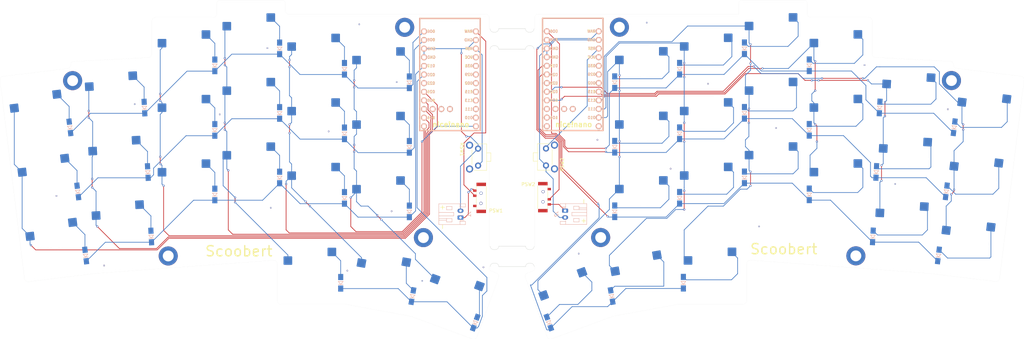
<source format=kicad_pcb>
(kicad_pcb (version 20241229) (generator "pcbnew") (generator_version "9.0")
  (layers (0 "F.Cu" signal) (2 "B.Cu" signal) (13 "F.Paste" user) (15 "B.Paste" user) (5 "F.SilkS" user "F.Silkscreen") (7 "B.SilkS" user "B.Silkscreen") (1 "F.Mask" user) (3 "B.Mask" user) (25 "Edge.Cuts" user))
  (net 0 "")
  (net 1 "VBAT_L")
  (net 2 "VBAT_R")
  (net 3 "GND_L")
  (net 4 "GND_R")
  (net 5 "ROW0_L")
  (net 6 "Net-(DL1-A)")
  (net 7 "Net-(DL2-A)")
  (net 8 "Net-(DL3-A)")
  (net 9 "Net-(DL4-A)")
  (net 10 "Net-(DL5-A)")
  (net 11 "Net-(DL6-A)")
  (net 12 "ROW1_L")
  (net 13 "Net-(DL7-A)")
  (net 14 "Net-(DL8-A)")
  (net 15 "Net-(DL9-A)")
  (net 16 "Net-(DL10-A)")
  (net 17 "COL5_L")
  (net 18 "Net-(DL11-A)")
  (net 19 "Net-(DL12-A)")
  (net 20 "Net-(DL13-A)")
  (net 21 "Net-(DL14-A)")
  (net 22 "Net-(DL15-A)")
  (net 23 "Net-(DL16-A)")
  (net 24 "ROW3_L")
  (net 25 "Net-(DL17-A)")
  (net 26 "Net-(DL18-A)")
  (net 27 "Net-(DL19-A)")
  (net 28 "Net-(DR1-A)")
  (net 29 "ROW0_R")
  (net 30 "Net-(DR2-A)")
  (net 31 "Net-(DR3-A)")
  (net 32 "Net-(DR4-A)")
  (net 33 "Net-(DR5-A)")
  (net 34 "ROW1_R")
  (net 35 "Net-(DR6-A)")
  (net 36 "Net-(DR7-A)")
  (net 37 "Net-(DR8-A)")
  (net 38 "Net-(DR9-A)")
  (net 39 "Net-(DR10-A)")
  (net 40 "ROW2_R")
  (net 41 "Net-(DR11-A)")
  (net 42 "Net-(DR12-A)")
  (net 43 "Net-(DR13-A)")
  (net 44 "Net-(DR14-A)")
  (net 45 "Net-(DR15-A)")
  (net 46 "Net-(DR16-A)")
  (net 47 "ROW3_R")
  (net 48 "Net-(DR17-A)")
  (net 49 "Net-(DR18-A)")
  (net 50 "Net-(DR19-A)")
  (net 52 "BAT+_L")
  (net 53 "BAT+_R")
  (net 55 "RESET_L")
  (net 56 "RESET_R")
  (net 57 "COL0_L")
  (net 58 "COL1_L")
  (net 59 "COL2_L")
  (net 60 "COL3_L")
  (net 61 "COL4_L")
  (net 62 "COL0_R")
  (net 63 "COL1_R")
  (net 64 "COL2_R")
  (net 65 "COL3_R")
  (net 66 "COL4_R")
  (net 70 "Net-(DL20-A)")
  (net 92 "Net-(DL21-A)")
  (net 93 "Net-(DR20-A)")
  (net 94 "Net-(DR21-A)")
  (net 95 "COL5_R")
  (net 96 "ROW2_L")
  (footprint "MountingHole:MountingHole_3.2mm_M3_DIN965_Pad" (layer "F.Cu") (at 150.85 116.275)
    (property "Reference" "REF**" (hide yes))
    (property "Value" "MountingHole_3.2mm_M3_DIN965_Pad" (hide yes))
  )
  (footprint "Keeb:SKHLLCA010" (layer "F.Cu") (at 165.67 92.575 -90)
    (property "Reference" "RSW1")
    (property "Value" "SW_Push")
  )
  (footprint "Keeb:MSK12C02" (layer "F.Cu") (at 184.650454 100.492407)
    (property "Reference" "PSW2")
    (property "Value" "SW_SPDT")
  )
  (footprint "MountingHole:MountingHole_3.2mm_M3_DIN965_Pad" (layer "F.Cu") (at 277.950454 121.642407)
    (property "Reference" "REF**" (hide yes))
    (property "Value" "MountingHole_3.2mm_M3_DIN965_Pad" (hide yes))
  )
  (footprint "marbastlib-various:mousebites_2.5mm" (layer "F.Cu") (at 170.502498 121.8 180)
    (property "Reference" "REF**" (hide yes))
    (property "Value" "mousebites 2mm" (hide yes))
    (fp_line (start -1 2) (end -1.5 2) (stroke (width 0.08)) (layer "Edge.Cuts"))
    (fp_line (start -1.5 -2) (end -1 -2) (stroke (width 0.08)) (layer "Edge.Cuts"))
    (fp_arc (start 0 -3) (mid -0.292892 -2.292895) (end -0.999997 -2.000003) (stroke (width 0.08)) (layer "Edge.Cuts"))
    (fp_arc (start -1 2) (mid -0.292895 2.292892) (end -0.000003 2.999997) (stroke (width 0.08)) (layer "Edge.Cuts"))
    (fp_arc (start -1.5 -2) (mid -2.207105 -2.292892) (end -2.499997 -2.999997) (stroke (width 0.08)) (layer "Edge.Cuts"))
    (fp_arc (start -2.5 3) (mid -2.207108 2.292895) (end -1.500003 2.000003) (stroke (width 0.08)) (layer "Edge.Cuts"))
  )
  (footprint "Keeb:nice_nano" (layer "F.Cu") (at 158.65 69.545 -90)
    (property "Reference" "U3" (hide yes))
    (property "Value" "nice_nano" (hide yes))
  )
  (footprint "marbastlib-various:mousebites_2.5mm" (layer "F.Cu") (at 183.35 57.8)
    (property "Reference" "REF**" (hide yes))
    (property "Value" "mousebites 2mm" (hide yes))
    (fp_line (start -1.5 -2) (end -1 -2) (stroke (width 0.08)) (layer "Edge.Cuts"))
    (fp_line (start -1 2) (end -1.5 2) (stroke (width 0.08)) (layer "Edge.Cuts"))
    (fp_arc (start -2.5 3) (mid -2.207108 2.292895) (end -1.500003 2.000003) (stroke (width 0.08)) (layer "Edge.Cuts"))
    (fp_arc (start -1.5 -2) (mid -2.207105 -2.292892) (end -2.499997 -2.999997) (stroke (width 0.08)) (layer "Edge.Cuts"))
    (fp_arc (start -1 2) (mid -0.292895 2.292892) (end -0.000003 2.999997) (stroke (width 0.08)) (layer "Edge.Cuts"))
    (fp_arc (start 0 -3) (mid -0.292892 -2.292895) (end -0.999997 -2.000003) (stroke (width 0.08)) (layer "Edge.Cuts"))
  )
  (footprint "Keeb:SKHLLCA010" (layer "F.Cu") (at 188.130454 92.542407 90)
    (property "Reference" "RSW2")
    (property "Value" "SW_Push")
  )
  (footprint "Keeb:MSK12C02" (layer "F.Cu") (at 169.15 108.45 180)
    (property "Reference" "PSW1")
    (property "Value" "SW_SPDT")
  )
  (footprint "MountingHole:MountingHole_3.2mm_M3_DIN965_Pad" (layer "F.Cu") (at 75.85 121.675)
    (property "Reference" "REF**" (hide yes))
    (property "Value" "MountingHole_3.2mm_M3_DIN965_Pad" (hide yes))
  )
  (footprint "marbastlib-various:mousebites_2.5mm" (layer "F.Cu") (at 170.455 57.8 180)
    (property "Reference" "REF**" (hide yes))
    (property "Value" "mousebites 2mm" (hide yes))
    (fp_line (start -1 2) (end -1.5 2) (stroke (width 0.08)) (layer "Edge.Cuts"))
    (fp_line (start -1.5 -2) (end -1 -2) (stroke (width 0.08)) (layer "Edge.Cuts"))
    (fp_arc (start 0 -3) (mid -0.292892 -2.292895) (end -0.999997 -2.000003) (stroke (width 0.08)) (layer "Edge.Cuts"))
    (fp_arc (start -1 2) (mid -0.292895 2.292892) (end -0.000003 2.999997) (stroke (width 0.08)) (layer "Edge.Cuts"))
    (fp_arc (start -1.5 -2) (mid -2.207105 -2.292892) (end -2.499997 -2.999997) (stroke (width 0.08)) (layer "Edge.Cuts"))
    (fp_arc (start -2.5 3) (mid -2.207108 2.292895) (end -1.500003 2.000003) (stroke (width 0.08)) (layer "Edge.Cuts"))
  )
  (footprint "MountingHole:MountingHole_3.2mm_M3_DIN965_Pad" (layer "F.Cu") (at 202.950454 116.242407)
    (property "Reference" "REF**" (hide yes))
    (property "Value" "MountingHole_3.2mm_M3_DIN965_Pad" (hide yes))
  )
  (footprint "MountingHole:MountingHole_3.2mm_M3_DIN965_Pad" (layer "F.Cu") (at 208.450454 54.342407)
    (property "Reference" "REF**" (hide yes))
    (property "Value" "MountingHole_3.2mm_M3_DIN965_Pad" (hide yes))
  )
  (footprint "Keeb:nice_nano" (layer "F.Cu") (at 194.750454 69.512407 -90)
    (property "Reference" "U4" (hide yes))
    (property "Value" "nice_nano" (hide yes))
  )
  (footprint "marbastlib-various:mousebites_2.5mm" (layer "F.Cu") (at 183.397498 121.8)
    (property "Reference" "REF**" (hide yes))
    (property "Value" "mousebites 2mm" (hide yes))
    (fp_line (start -1.5 -2) (end -1 -2) (stroke (width 0.08)) (layer "Edge.Cuts"))
    (fp_line (start -1 2) (end -1.5 2) (stroke (width 0.08)) (layer "Edge.Cuts"))
    (fp_arc (start -2.5 3) (mid -2.207108 2.292895) (end -1.500003 2.000003) (stroke (width 0.08)) (layer "Edge.Cuts"))
    (fp_arc (start -1.5 -2) (mid -2.207105 -2.292892) (end -2.499997 -2.999997) (stroke (width 0.08)) (layer "Edge.Cuts"))
    (fp_arc (start -1 2) (mid -0.292895 2.292892) (end -0.000003 2.999997) (stroke (width 0.08)) (layer "Edge.Cuts"))
    (fp_arc (start 0 -3) (mid -0.292892 -2.292895) (end -0.999997 -2.000003) (stroke (width 0.08)) (layer "Edge.Cuts"))
  )
  (footprint "MountingHole:MountingHole_3.2mm_M3_DIN965_Pad" (layer "F.Cu") (at 306.050454 70.042407)
    (property "Reference" "REF**" (hide yes))
    (property "Value" "MountingHole_3.2mm_M3_DIN965_Pad" (hide yes))
  )
  (footprint "MountingHole:MountingHole_3.2mm_M3_DIN965_Pad" (layer "F.Cu") (at 145.35 54.375)
    (property "Reference" "REF**" (hide yes))
    (property "Value" "MountingHole_3.2mm_M3_DIN965_Pad" (hide yes))
  )
  (footprint "MountingHole:MountingHole_3.2mm_M3_DIN965_Pad" (layer "F.Cu") (at 47.75 70.075)
    (property "Reference" "REF**" (hide yes))
    (property "Value" "MountingHole_3.2mm_M3_DIN965_Pad" (hide yes))
  )
  (footprint "Keeb:Diode_SOD123" (layer "B.Cu") (at 51.577568 121.542039 97)
    (property "Reference" "DL13" (hide yes))
    (property "Value" "D_Small" (hide yes))
  )
  (footprint "Keeb:MX-Hotswap-1U" (layer "B.Cu") (at 291.950669 111.908018 177)
    (property "Reference" "SWR14")
    (property "Value" "SW_Push_45deg")
  )
  (footprint "Keeb:Diode_SOD123" (layer "B.Cu") (at 227.258582 129.542407 90)
    (property "Reference" "DR19" (hide yes))
    (property "Value" "D_Small" (hide yes))
  )
  (footprint "Keeb:MX-Hotswap-1U" (layer "B.Cu") (at 193.713519 133.248683 -160)
    (property "Reference" "SWR21")
    (property "Value" "SW_Push_45deg")
  )
  (footprint "Keeb:MX-Hotswap-1U" (layer "B.Cu") (at 138.28 85.552593 180)
    (property "Reference" "SWL12")
    (property "Value" "SW_Push_45deg")
  )
  (footprint "Keeb:MX-Hotswap-1U" (layer "B.Cu") (at 292.945052 92.934057 177)
    (property "Reference" "SWR8")
    (property "Value" "SW_Push_45deg")
  )
  (footprint "Keeb:Diode_SOD123" (layer "B.Cu") (at 68.861019 78.000281 93)
    (property "Reference" "DL2" (hide yes))
    (property "Value" "D_Small" (hide yes))
  )
  (footprint "Keeb:MX-Hotswap-1U" (layer "B.Cu") (at 272.698582 99.534814 180)
    (property "Reference" "SWR15")
    (property "Value" "SW_Push_45deg")
  )
  (footprint "Keeb:Diode_SOD123" (layer "B.Cu") (at 306.853921 83.792692 83)
    (property "Reference" "DR1" (hide yes))
    (property "Value" "D_Small" (hide yes))
  )
  (footprint "Keeb:MX-Hotswap-1U" (layer "B.Cu") (at 42.577568 117.542039 -173)
    (property "Reference" "SWL13")
    (property "Value" "SW_Push_45deg")
  )
  (footprint "Keeb:Diode_SOD123" (layer "B.Cu") (at 304.538404 102.651069 83)
    (property "Reference" "DR7" (hide yes))
    (property "Value" "D_Small" (hide yes))
  )
  (footprint "Keeb:Diode_SOD123" (layer "B.Cu") (at 89.541872 84.575 90)
    (property "Reference" "DL9" (hide yes))
    (property "Value" "D_Small" (hide yes))
  )
  (footprint "Keeb:MX-Hotswap-1U" (layer "B.Cu") (at 313.538404 98.643476 173)
    (property "Reference" "SWR7")
    (property "Value" "SW_Push_45deg")
  )
  (footprint "Keeb:MX-Hotswap-1U" (layer "B.Cu") (at 139.184757 127.48513 170)
    (property "Reference" "SWL20")
    (property "Value" "SW_Push_45deg")
  )
  (footprint "Keeb:Diode_SOD123" (layer "B.Cu") (at 245.210454 60.542407 90)
    (property "Reference" "DR4" (hide yes))
    (property "Value" "D_Small" (hide yes))
  )
  (footprint "Keeb:MX-Hotswap-1U" (layer "B.Cu") (at 60.855402 92.974243 -177)
    (property "Reference" "SWL8")
    (property "Value" "SW_Push_45deg")
  )
  (footprint "Keeb:Diode_SOD123" (layer "B.Cu") (at 166.086935 141.288869 70)
    (property "Reference" "DL21" (hide yes))
    (property "Value" "D_Small" (hide yes))
  )
  (footprint "Keeb:MX-Hotswap-1U" (layer "B.Cu") (at 81.101872 61.575 180)
    (property "Reference" "SWL3")
    (property "Value" "SW_Push_45deg")
  )
  (footprint "Keeb:MX-Hotswap-1U" (layer "B.Cu") (at 37.946533 79.825285 -173)
    (property "Reference" "SWL1")
    (property "Value" "SW_Push_45deg")
  )
  (footprint "Keeb:MX-Hotswap-1U" (layer "B.Cu") (at 234.590454 62.542407 180)
    (property "Reference" "SWR5")
    (property "Value" "SW_Push_45deg")
  )
  (footprint "Keeb:Diode_SOD123" (layer "B.Cu") (at 146.72 108.552593 90)
    (property "Reference" "DL18" (hide yes))
    (property "Value" "D_Small" (hide yes))
  )
  (footprint "Keeb:MX-Hotswap-1U" (layer "B.Cu") (at 118.101872 125.575 180)
    (property "Reference" "SWL19")
    (property "Value" "SW_Push_45deg")
  )
  (footprint "jst:JST_PH_S2B-PH-K_1x02_P2.00mm_Horizontal" (layer "B.Cu") (at 161.75 110.375 90)
    (property "Reference" "J1")
    (property "Value" "Conn_01x02")
  )
  (footprint "Keeb:Diode_SOD123" (layer "B.Cu") (at 207.080454 70.52 90)
    (property "Reference" "DR6" (hide yes))
    (property "Value" "D_Small" (hide yes))
  )
  (footprint "Keeb:Diode_SOD123" (layer "B.Cu") (at 127.65 66.582593 90)
    (property "Reference" "DL5" (hide yes))
    (property "Value" "D_Small" (hide yes))
  )
  (footprint "Keeb:Diode_SOD123" (layer "B.Cu") (at 108.59 60.575 90)
    (property "Reference" "DL4" (hide yes))
    (property "Value" "D_Small" (hide yes))
  )
  (footprint "Keeb:MX-Hotswap-1U" (layer "B.Cu") (at 100.15 56.575 180)
    (property "Reference" "SWL4")
    (property "Value" "SW_Push_45deg")
  )
  (footprint "Keeb:Diode_SOD123" (layer "B.Cu") (at 282.950669 115.915611 87)
    (property "Reference" "DR14" (hide yes))
    (property "Value" "D_Small" (hide yes))
  )
  (footprint "Keeb:MX-Hotswap-1U" (layer "B.Cu") (at 253.650454 56.534814 180)
    (property "Reference" "SWR4")
    (property "Value" "SW_Push_45deg")
  )
  (footprint "Keeb:Diode_SOD123" (layer "B.Cu") (at 146.72 89.552593 90)
    (property "Reference" "DL12" (hide yes))
    (property "Value" "D_Small" (hide yes))
  )
  (footprint "Keeb:MX-Hotswap-1U" (layer "B.Cu") (at 234.590454 100.542407 180)
    (property "Reference" "SWR17")
    (property "Value" "SW_Push_45deg")
  )
  (footprint "Keeb:MX-Hotswap-1U" (layer "B.Cu") (at 311.222886 117.501853 173)
    (property "Reference" "SWR13")
    (property "Value" "SW_Push_45deg")
  )
  (footprint "Keeb:MX-Hotswap-1U" (layer "B.Cu") (at 81.101872 80.575 180)
    (property "Reference" "SWL9")
    (property "Value" "SW_Push_45deg")
  )
  (footprint "Keeb:Diode_SOD123" (layer "B.Cu") (at 89.541872 103.575 90)
    (property "Reference" "DL15" (hide yes))
    (property "Value" "D_Small" (hide yes))
  )
  (footprint "Keeb:Diode_SOD123" (layer "B.Cu") (at 302.222886 121.509446 83)
    (property "Reference" "DR13" (hide yes))
    (property "Value" "D_Small" (hide yes))
  )
  (footprint "Keeb:MX-Hotswap-1U" (layer "B.Cu") (at 234.590454 81.542407 180)
    (property "Reference" "SWR11")
    (property "Value" "SW_Push_45deg")
  )
  (footprint "Keeb:MX-Hotswap-1U" (layer "B.Cu") (at 119.21 62.582593 180)
    (property "Reference" "SWL5")
    (property "Value" "SW_Push_45deg")
  )
  (footprint "Keeb:Diode_SOD123" (layer "B.Cu") (at 46.946533 83.825285 97)
    (property "Reference" "DL1" (hide yes))
    (property "Value" "D_Small" (hide yes))
  )
  (footprint "Keeb:MX-Hotswap-1U" (layer "B.Cu") (at 138.28 66.552593 180)
    (property "Reference" "SWL6")
    (property "Value" "SW_Push_45deg")
  )
  (footprint "Keeb:MX-Hotswap-1U" (layer "B.Cu") (at 100.15 75.575 180)
    (property "Reference" "SWL10")
    (property "Value" "SW_Push_45deg")
  )
  (footprint "Keeb:Diode_SOD123" (layer "B.Cu") (at 283.945052 96.94165 87)
    (property "Reference" "DR8" (hide yes))
    (property "Value" "D_Small" (hide yes))
  )
  (footprint "Keeb:Diode_SOD123" (layer "B.Cu") (at 245.210454 79.542407 90)
    (property "Reference" "DR10" (hide yes))
    (property "Value" "D_Small" (hide yes))
  )
  (footprint "Keeb:Diode_SOD123" (layer "B.Cu") (at 126.541872 129.575 90)
    (property "Reference" "DL19" (hide yes))
    (property "Value" "D_Small" (hide yes))
  )
  (footprint "Keeb:Diode_SOD123" (layer "B.Cu") (at 245.210454 98.542407 90)
    (property "Reference" "DR16" (hide yes))
    (property "Value" "D_Small" (hide yes))
  )
  (footprint "Keeb:MX-Hotswap-1U" (layer "B.Cu") (at 235.698582 125.534814 180)
    (property "Reference" "SWR19")
    (property "Value" "SW_Push_45deg")
  )
  (footprint "Keeb:Diode_SOD123" (layer "B.Cu") (at 187.713519 141.248683 110)
    (property "Reference" "DR21" (hide yes))
    (property "Value" "D_Small" (hide yes))
  )
  (footprint "Keeb:Diode_SOD123" (layer "B.Cu") (at 226.150454 85.55 90)
    (property "Reference" "DR11" (hide yes))
    (property "Value" "D_Small" (hide yes))
  )
  (footprint "Keeb:Diode_SOD123" (layer "B.Cu") (at 226.150454 104.55 90)
    (property "Reference" "DR17" (hide yes))
    (property "Value" "D_Small" (hide yes))
  )
  (footprint "Keeb:MX-Hotswap-1U" (layer "B.Cu") (at 119.21 100.582593 180)
    (property "Reference" "SWL17")
    (property "Value" "SW_Push_45deg")
  )
  (footprint "Keeb:MX-Hotswap-1U" (layer "B.Cu") (at 160.086935 133.288869 160)
    (property "Reference" "SWL21")
    (property "Value" "SW_Push_45deg")
  )
  (footprint "Keeb:MX-Hotswap-1U" (layer "B.Cu") (at 272.698582 61.534814 180)
    (property "Reference" "SWR3")
    (property "Value" "SW_Push_45deg")
  )
  (footprint "Keeb:MX-Hotswap-1U" (layer "B.Cu") (at 40.26205 98.683662 -173)
    (property "Reference" "SWL7")
    (property "Value" "SW_Push_45deg")
  )
  (footprint "Keeb:Diode_SOD123" (layer "B.Cu") (at 70.849785 115.948204 93)
    (property "Reference" "DL14" (hide yes))
    (property "Value" "D_Small" (hide yes))
  )
  (footprint "Keeb:MX-Hotswap-1U" (layer "B.Cu") (at 293.939435 73.960095 177)
    (property "Reference" "SWR2")
    (property "Value" "SW_Push_45deg")
  )
  (footprint "Keeb:Diode_SOD123" (layer "B.Cu") (at 108.59 98.575 90)
    (property "Reference" "DL16" (hide yes))
    (property "Value" "D_Small" (hide yes))
  )
  (footprint "Keeb:MX-Hotswap-1U" (layer "B.Cu") (at 215.520454 66.512407 180)
    (property "Reference" "SWR6")
    (property "Value" "SW_Push_45deg")
  )
  (footprint "Keeb:Diode_SOD123" (layer "B.Cu") (at 147.624757 133.48513 80)
    (property "Reference" "DL20" (hide yes))
    (property "Value" "D_Small" (hide yes))
  )
  (footprint "Keeb:MX-Hotswap-1U" (layer "B.Cu") (at 272.698582 80.534814 180)
    (property "Reference" "SWR9")
    (property "Value" "SW_Push_45deg")
  )
  (footprint "jst:JST_PH_S2B-PH-K_1x02_P2.00mm_Horizontal" (layer "B.Cu") (at 192.500454 108.342407 -90)
    (property "Reference" "J2")
    (property "Value" "Conn_01x02")
  )
  (footprint "Keeb:Diode_SOD123" (layer "B.Cu") (at 206.175697 133.452537 100)
    (property "Reference" "DR20" (hide yes))
    (property "Value" "D_Small" (hide yes))
  )
  (footprint "Keeb:Diode_SOD123" (layer "B.Cu") (at 264.258582 103.542407 90)
    (property "Reference" "DR15" (hide yes))
    (property "Value" "D_Small" (hide yes))
  )
  (footprint "Keeb:MX-Hotswap-1U" (layer "B.Cu") (at 253.650454 94.534814 180)
    (property "Reference" "SWR16")
    (property "Value" "SW_Push_45deg")
  )
  (footprint "Keeb:Diode_SOD123" (layer "B.Cu") (at 89.541872 65.575 90)
    (property "Reference" "DL3" (hide yes))
    (property "Value" "D_Small" (hide yes))
  )
  (footprint "Keeb:MX-Hotswap-1U" (layer "B.Cu") (at 215.520454 85.512407 180)
    (property "Reference" "SWR12")
    (property "Value" "SW_Push_45deg")
  )
  (footprint "Keeb:Diode_SOD123" (layer "B.Cu") (at 146.72 70.552593 90)
    (property "Reference" "DL6" (hide yes))
    (property "Value" "D_Small" (hide yes))
  )
  (footprint "Keeb:MX-Hotswap-1U" (layer "B.Cu") (at 61.849785 111.948204 -177)
    (property "Reference" "SWL14")
    (property "Value" "SW_Push_45deg")
  )
  (footprint "Keeb:MX-Hotswap-1U" (layer "B.Cu") (at 81.101872 99.575 180)
    (property "Reference" "SWL15")
    (property "Value" "SW_Push_45deg")
  )
  (footprint "Keeb:MX-Hotswap-1U" (layer "B.Cu") (at 59.861019 74.000281 -177)
    (property "Reference" "SWL2")
    (property "Value" "SW_Push_45deg")
  )
  (footprint "Keeb:MX-Hotswap-1U" (layer "B.Cu") (at 138.28 104.552593 180)
    (property "Reference" "SWL18")
    (property "Value" "SW_Push_45deg")
  )
  (footprint "Keeb:Diode_SOD123" (layer "B.Cu") (at 264.258582 84.542407 90)
    (property "Reference" "DR9" (hide yes))
    (property "Value" "D_Small" (hide yes))
  )
  (footprint "Keeb:Diode_SOD123" (layer "B.Cu") (at 49.26205 102.683662 97)
    (property "Reference" "DL7" (hide yes))
    (property "Value" "D_Small" (hide yes))
  )
  (footprint "Keeb:MX-Hotswap-1U" (layer "B.Cu") (at 214.615697 127.444944 -170)
    (property "Reference" "SWR20")
    (property "Value" "SW_Push_45deg")
  )
  (footprint "Keeb:Diode_SOD123" (layer "B.Cu") (at 207.080454 89.52 90)
    (property "Reference" "DR12" (hide yes))
    (property "Value" "D_Small" (hide yes))
  )
  (footprint "Keeb:Diode_SOD123" (layer "B.Cu") (at 127.65 85.582593 90)
    (property "Reference" "DL11" (hide yes))
    (property "Value" "D_Small" (hide yes))
  )
  (footprint "Keeb:Diode_SOD123" (layer "B.Cu") (at 284.939435 77.967688 87)
    (property "Reference" "DR2" (hide yes))
    (property "Value" "D_Small" (hide yes))
  )
  (footprint "Keeb:Diode_SOD123" (layer "B.Cu") (at 264.258582 65.542407 90)
    (property "Reference" "DR3" (hide yes))
    (property "Value" "D_Small" (hide yes))
  )
  (footprint "Keeb:MX-Hotswap-1U" (layer "B.Cu") (at 253.650454 75.534814 180)
    (property "Reference" "SWR10")
    (property "Value" "SW_Push_45deg")
  )
  (footprint "Keeb:Diode_SOD123" (layer "B.Cu") (at 108.59 79.575 90)
    (property "Reference" "DL10" (hide yes))
    (property "Value" "D_Small" (hide yes))
  )
  (footprint "Keeb:Diode_SOD123" (layer "B.Cu") (at 127.65 104.582593 90)
    (property "Reference" "DL17" (hide yes))
    (property "Value" "D_Small" (hide yes))
  )
  (footprint "Keeb:MX-Hotswap-1U" (layer "B.Cu") (at 100.15 94.575 180)
    (property "Reference" "SWL16")
    (property "Value" "SW_Push_45deg")
  )
  (footprint "Keeb:MX-Hotswap-1U" (layer "B.Cu") (at 215.520454 104.512407 180)
    (property "Reference" "SWR18")
    (property "Value" "SW_Push_45deg")
  )
  (footprint "Keeb:MX-Hotswap-1U" (layer "B.Cu") (at 315.853921 79.785099 173)
    (property "Reference" "SWR1")
    (property "Value" "SW_Push_45deg")
  )
  (footprint "Keeb:MX-Hotswap-1U" (layer "B.Cu") (at 119.21 81.582593 180)
    (property "Reference" "SWL11")
    (property "Value" "SW_Push_45deg")
  )
  (footprint "Keeb:Diode_SOD123" (layer "B.Cu") (at 207.080454 108.52 90)
    (property "Reference" "DR18" (hide yes))
    (property "Value" "D_Small" (hide yes))
  )
  (footprint "Keeb:Diode_SOD123" (layer "B.Cu") (at 226.150454 66.55 90)
    (property "Reference" "DR5" (hide yes))
    (property "Value" "D_Small" (hide yes))
  )
  (footprint "Keeb:Diode_SOD123" (layer "B.Cu") (at 69.855402 96.974243 93)
    (property "Reference" "DL8" (hide yes))
    (property "Value" "D_Small" (hide yes))
  )
  (gr_line (start 110.249985 49.499995) (end 110.249995 47.375005) (stroke (width 0.015)) (layer "Edge.Cuts"))
  (gr_arc (start 90.1 50.475) (mid 89.807107 51.182107) (end 89.1 51.475) (stroke (width 0.015)) (layer "Edge.Cuts"))
  (gr_line (start 187.221269 145.500265) (end 180.840561 127.963675) (stroke (width 0.015)) (layer "Edge.Cuts"))
  (gr_line (start 71.045763 52.470745) (end 71.004021 62.280082) (stroke (width 0.015)) (layer "Edge.Cuts"))
  (gr_arc (start 307.528586 66.450227) (mid 306.901508 66.120299) (end 306.650454 65.45768) (stroke (width 0.015)) (layer "Edge.Cuts"))
  (gr_line (start 225.950454 135.842407) (end 206.650458 139.392419) (stroke (width 0.015)) (layer "Edge.Cuts"))
  (gr_arc (start 281.754664 51.442407) (mid 282.463273 51.736805) (end 282.754655 52.44666) (stroke (width 0.015)) (layer "Edge.Cuts"))
  (gr_line (start 183.6 125.192445) (end 183.598364 124.795743) (stroke (width 0.015)) (layer "Edge.Cuts"))
  (gr_line (start 183.554248 54.8) (end 183.552148 51.468056) (stroke (width 0.015)) (layer "Edge.Cuts"))
  (gr_arc (start 183.552148 51.468056) (mid 183.844811 50.760527) (end 184.552148 50.467407) (stroke (width 0.015)) (layer "Edge.Cuts"))
  (gr_line (start 147.15 139.425) (end 165.288508 146.126397) (stroke (width 0.015)) (layer "Edge.Cuts"))
  (gr_line (start 244.900454 135.842407) (end 225.950454 135.842407) (stroke (width 0.015)) (layer "Edge.Cuts"))
  (gr_arc (start 71.004021 62.280082) (mid 70.727932 62.965715) (end 70.056369 63.274457) (stroke (width 0.015)) (layer "Edge.Cuts"))
  (gr_line (start 170.15 54.800003) (end 170.455003 54.800003) (stroke (width 0.01)) (layer "Edge.Cuts"))
  (gr_arc (start 245.900454 123.90323) (mid 246.220119 123.170305) (end 246.974765 122.905994) (stroke (width 0.015)) (layer "Edge.Cuts"))
  (gr_line (start 184.552148 50.467407) (end 243.550469 50.467407) (stroke (width 0.015)) (layer "Edge.Cuts"))
  (gr_line (start 173.002495 124.799997) (end 180.897498 124.8) (stroke (width 0.1)) (layer "Edge.Cuts"))
  (gr_line (start 243.550469 50.467407) (end 243.550458 47.342411) (stroke (width 0.015)) (layer "Edge.Cuts"))
  (gr_line (start 263.700454 47.342407) (end 263.700454 50.442407) (stroke (width 0.015)) (layer "Edge.Cuts"))
  (gr_arc (start 90.1 47.375) (mid 90.392893 46.667893) (end 91.1 46.375) (stroke (width 0.015)) (layer "Edge.Cuts"))
  (gr_line (start 89.1 51.475) (end 72.045754 51.475) (stroke (width 0.015)) (layer "Edge.Cuts"))
  (gr_line (start 183.594585 118.8) (end 183.558026 60.8) (stroke (width 0.015)) (layer "Edge.Cuts"))
  (gr_line (start 170.455 60.8) (end 170.156806 60.795515) (stroke (width 0.01)) (layer "Edge.Cuts"))
  (gr_arc (start 47.15 65.423962) (mid 47.424638 64.735632) (end 48.097661 64.425332) (stroke (width 0.015)) (layer "Edge.Cuts"))
  (gr_line (start 170.152851 54.800003) (end 170.150662 51.499337) (stroke (width 0.015)) (layer "Edge.Cuts"))
  (gr_line (start 47.15 65.423962) (end 47.15 65.490275) (stroke (width 0.015)) (layer "Edge.Cuts"))
  (gr_line (start 172.954997 60.799997) (end 180.85 60.8) (stroke (width 0.1)) (layer "Edge.Cuts"))
  (gr_arc (start 264.700454 51.442407) (mid 263.993347 51.149514) (end 263.700454 50.442407) (stroke (width 0.015)) (layer "Edge.Cuts"))
  (gr_line (start 183.397498 118.8) (end 183.594585 118.8) (stroke (width 0.01)) (layer "Edge.Cuts"))
  (gr_line (start 166.57486 145.530118) (end 172.952795 127.991107) (stroke (width 0.015)) (layer "Edge.Cuts"))
  (gr_line (start 183.35 54.8) (end 183.554248 54.8) (stroke (width 0.01)) (layer "Edge.Cuts"))
  (gr_line (start 33.60117 128.381044) (end 26.420377 69.927849) (stroke (width 0.015)) (layer "Edge.Cuts"))
  (gr_line (start 54 126.875) (end 34.716036 129.251666) (stroke (width 0.015)) (layer "Edge.Cuts"))
  (gr_arc (start 106.825705 122.939452) (mid 107.580336 123.203784) (end 107.9 123.936688) (stroke (width 0.015)) (layer "Edge.Cuts"))
  (gr_arc (start 166.57486 145.530118) (mid 166.05563 146.095635) (end 165.288508 146.126397) (stroke (width 0.015)) (layer "Edge.Cuts"))
  (gr_arc (start 305.702796 64.392737) (mid 306.375845 64.703011) (end 306.650454 65.391366) (stroke (width 0.015)) (layer "Edge.Cuts"))
  (gr_arc (start 172.355119 126.709382) (mid 172.919414 127.22646) (end 172.952795 127.991107) (stroke (width 0.015)) (layer "Edge.Cuts"))
  (gr_line (start 54 126.875) (end 106.825705 122.939452) (stroke (width 0.015)) (layer "Edge.Cuts"))
  (gr_line (start 170.502498 124.8) (end 170.199199 124.795743) (stroke (width 0.01)) (layer "Edge.Cuts"))
  (gr_line (start 182.94294 126.132452) (end 181.437258 126.682145) (stroke (width 0.015)) (layer "Edge.Cuts"))
  (gr_line (start 107.9 123.936688) (end 107.9 134.875) (stroke (width 0.015)) (layer "Edge.Cuts"))
  (gr_arc (start 108.9 135.875) (mid 108.192893 135.582107) (end 107.9 134.875) (stroke (width 0.015)) (layer "Edge.Cuts"))
  (gr_line (start 169.150663 50.5) (end 111.249985 50.5) (stroke (width 0.015)) (layer "Edge.Cuts"))
  (gr_line (start 70.056369 63.274457) (end 48.097661 64.425332) (stroke (width 0.015)) (layer "Edge.Cuts"))
  (gr_line (start 244.550458 46.342407) (end 262.700454 46.342407) (stroke (width 0.015)) (layer "Edge.Cuts"))
  (gr_line (start 299.800454 126.842407) (end 319.082589 129.217055) (stroke (width 0.015)) (layer "Edge.Cuts"))
  (gr_arc (start 71.045763 52.470745) (mid 71.340153 51.76639) (end 72.045754 51.475) (stroke (width 0.015)) (layer "Edge.Cuts"))
  (gr_line (start 306.650454 65.391366) (end 306.650454 65.45768) (stroke (width 0.015)) (layer "Edge.Cuts"))
  (gr_arc (start 243.550458 47.342411) (mid 243.84335 46.635302) (end 244.550458 46.342407) (stroke (width 0.015)) (layer "Edge.Cuts"))
  (gr_line (start 108.9 135.875) (end 127.85 135.875) (stroke (width 0.015)) (layer "Edge.Cuts"))
  (gr_line (start 183.397495 124.799997) (end 183.598364 124.795743) (stroke (width 0.01)) (layer "Edge.Cuts"))
  (gr_line (start 46.271869 66.482821) (end 27.291046 68.813373) (stroke (width 0.015)) (layer "Edge.Cuts"))
  (gr_arc (start 170.857522 126.164313) (mid 170.380553 125.798477) (end 170.199536 125.225281) (stroke (width 0.015)) (layer "Edge.Cuts"))
  (gr_line (start 299.800454 126.842407) (end 246.974765 122.905994) (stroke (width 0.015)) (layer "Edge.Cuts"))
  (gr_arc (start 109.249995 46.375) (mid 109.957107 46.667893) (end 110.249995 47.375005) (stroke (width 0.015)) (layer "Edge.Cuts"))
  (gr_line (start 170.195276 118.800003) (end 170.156806 60.795515) (stroke (width 0.015)) (layer "Edge.Cuts"))
  (gr_line (start 90.1 47.375) (end 90.1 50.475) (stroke (width 0.015)) (layer "Edge.Cuts"))
  (gr_arc (start 188.497065 146.092057) (mid 187.7361 146.061471) (end 187.221269 145.500265) (stroke (width 0.015)) (layer "Edge.Cuts"))
  (gr_line (start 320.197358 128.346473) (end 327.370716 69.892711) (stroke (width 0.015)) (layer "Edge.Cuts"))
  (gr_line (start 127.85 135.875) (end 147.150003 139.424979) (stroke (width 0.015)) (layer "Edge.Cuts"))
  (gr_line (start 109.249995 46.375) (end 91.1 46.375) (stroke (width 0.015)) (layer "Edge.Cuts"))
  (gr_arc (start 283.664508 63.237627) (mid 282.990152 62.925947) (end 282.716858 62.235137) (stroke (width 0.015)) (layer "Edge.Cuts"))
  (gr_arc (start 320.197336 128.346147) (mid 319.820419 129.012582) (end 319.082589 129.217055) (stroke (width 0.015)) (layer "Edge.Cuts"))
  (gr_line (start 170.857522 126.164313) (end 172.355119 126.709382) (stroke (width 0.015)) (layer "Edge.Cuts"))
  (gr_line (start 206.650458 139.392419) (end 188.497062 146.092058) (stroke (width 0.015)) (layer "Edge.Cuts"))
  (gr_arc (start 183.6 125.192445) (mid 183.419619 125.766004) (end 182.94294 126.132452) (stroke (width 0.015)) (layer "Edge.Cuts"))
  (gr_arc (start 26.420377 69.927849) (mid 26.624886 69.190282) (end 27.291046 68.813373) (stroke (width 0.015)) (layer "Edge.Cuts"))
  (gr_line (start 307.528586 66.450227) (end 326.5 68.778269) (stroke (width 0.015)) (layer "Edge.Cuts"))
  (gr_arc (start 326.5 68.778269) (mid 327.166201 69.155131) (end 327.370776 69.892711) (stroke (width 0.015)) (layer "Edge.Cuts"))
  (gr_arc (start 47.15 65.490275) (mid 46.898965 66.15291) (end 46.271869 66.482821) (stroke (width 0.015)) (layer "Edge.Cuts"))
  (gr_line (start 264.700454 51.442407) (end 281.754664 51.442407) (stroke (width 0.015)) (layer "Edge.Cuts"))
  (gr_line (start 183.349997 60.799997) (end 183.558026 60.8) (stroke (width 0.01)) (layer "Edge.Cuts"))
  (gr_line (start 173.002498 118.8) (end 180.897501 118.8) (stroke (width 0.1)) (layer "Edge.Cuts"))
  (gr_line (start 170.195276 118.800003) (end 170.502501 118.800003) (stroke (width 0.01)) (layer "Edge.Cuts"))
  (gr_arc (start 34.716036 129.251666) (mid 33.978233 129.047326) (end 33.60117 128.381044) (stroke (width 0.015)) (layer "Edge.Cuts"))
  (gr_arc (start 245.900454 134.842407) (mid 245.607561 135.549514) (end 244.900454 135.842407) (stroke (width 0.015)) (layer "Edge.Cuts"))
  (gr_arc (start 262.700454 46.342407) (mid 263.407561 46.6353) (end 263.700454 47.342407) (stroke (width 0.015)) (layer "Edge.Cuts"))
  (gr_arc (start 180.840561 127.963675) (mid 180.873649 127.199401) (end 181.437258 126.682145) (stroke (width 0.015)) (layer "Edge.Cuts"))
  (gr_arc (start 169.150663 50.5) (mid 169.857535 50.792659) (end 170.150662 51.499337) (stroke (width 0.015)) (layer "Edge.Cuts"))
  (gr_line (start 170.199536 125.225281) (end 170.199199 124.795743) (stroke (width 0.015)) (layer "Edge.Cuts"))
  (gr_line (start 283.664508 63.237627) (end 305.702796 64.392737) (stroke (width 0.015)) (layer "Edge.Cuts"))
  (gr_arc (start 111.249985 50.5) (mid 110.542876 50.207105) (end 110.249985 49.499995) (stroke (width 0.015)) (layer "Edge.Cuts"))
  (gr_line (start 245.900454 123.90323) (end 245.900454 134.842407) (stroke (width 0.015)) (layer "Edge.Cuts"))
  (gr_line (start 282.754655 52.44666) (end 282.716858 62.235137) (stroke (width 0.015)) (layer "Edge.Cuts"))
  (gr_line (start 172.955 54.8) (end 180.850003 54.8) (stroke (width 0.1)) (layer "Edge.Cuts"))
  (gr_text "Scoobert" (at 246.650454 119.642407 0) (layer "F.SilkS") (effects (font (size 3 3) (thickness 0.4)) (justify left)))
  (gr_text "Scoobert" (at 86.502643 120.262838 0) (layer "F.SilkS") (effects (font (size 3 3) (thickness 0.4)) (justify left)))
  (segment (start 165.55 102.05) (end 165.95 102.45) (width 0.2) (layer "F.Cu") (net 1))
  (segment (start 163.025 110.375) (end 161.75 110.375) (width 0.2) (layer "F.Cu") (net 1))
  (segment (start 164.075735 109.324265) (end 163.025 110.375) (width 0.2) (layer "F.Cu") (net 1))
  (segment (start 164.075735 102.924265) (end 164.075735 109.324265) (width 0.2) (layer "F.Cu") (net 1))
  (segment (start 164.95 102.05) (end 165.55 102.05) (width 0.2) (layer "F.Cu") (net 1))
  (via (at 164.075735 102.924265) (size 0.6) (drill 0.3) (layers "F.Cu" "B.Cu") (net 1))
  (via (at 164.95 102.05) (size 0.6) (drill 0.3) (layers "F.Cu" "B.Cu") (net 1))
  (segment (start 164.95 102.05) (end 164.075735 102.924265) (width 0.2) (layer "B.Cu") (net 1))
  (segment (start 190.650454 106.492407) (end 192.500454 108.342407) (width 0.2) (layer "F.Cu") (net 2))
  (segment (start 187.850454 106.492407) (end 190.650454 106.492407) (width 0.2) (layer "F.Cu") (net 2))
  (segment (start 163.5 86.5) (end 162 85) (width 0.2) (layer "F.Cu") (net 3))
  (segment (start 162 85) (end 162 62) (width 0.2) (layer "F.Cu") (net 3))
  (via (at 150.5 129) (size 0.45) (drill 0.3) (layers "F.Cu" "B.Cu") (net 3))
  (via (at 168.5 125) (size 0.45) (drill 0.3) (layers "F.Cu" "B.Cu") (net 3))
  (via (at 91 80) (size 0.45) (drill 0.3) (layers "F.Cu" "B.Cu") (net 3))
  (via (at 123 85) (size 0.45) (drill 0.3) (layers "F.Cu" "B.Cu") (net 3))
  (via (at 66 77) (size 0.45) (drill 0.3) (layers "F.Cu" "B.Cu") (net 3))
  (via (at 132 53.5) (size 0.45) (drill 0.3) (layers "F.Cu" "B.Cu") (net 3))
  (via (at 57 124.5) (size 0.45) (drill 0.3) (layers "F.Cu" "B.Cu") (net 3))
  (via (at 141.5 108.5) (size 0.45) (drill 0.3) (layers "F.Cu" "B.Cu") (net 3))
  (via (at 143 70.5) (size 0.45) (drill 0.3) (layers "F.Cu" "B.Cu") (net 3))
  (via (at 163.5 86.5) (size 0.6) (drill 0.3) (layers "F.Cu" "B.Cu") (net 3))
  (via (at 105 60.5) (size 0.45) (drill 0.3) (layers "F.Cu" "B.Cu") (net 3))
  (via (at 128.5 126) (size 0.45) (drill 0.3) (layers "F.Cu" "B.Cu") (net 3))
  (via (at 43 104) (size 0.45) (drill 0.3) (layers "F.Cu" "B.Cu") (net 3))
  (via (at 106 107.5) (size 0.45) (drill 0.3) (layers "F.Cu" "B.Cu") (net 3))
  (via (at 162 62) (size 0.6) (drill 0.3) (layers "F.Cu" "B.Cu") (net 3))
  (segment (start 161.75 95.245) (end 161.75 108.375) (width 0.2) (layer "B.Cu") (net 3))
  (segment (start 151.03 63.195) (end 151.03 60.655) (width 0.2) (layer "B.Cu") (net 3))
  (segment (start 163.73 60.655) (end 166.27 58.115) (width 0.2) (layer "B.Cu") (net 3))
  (segment (start 164.617792 86.5) (end 163.5 86.5) (width 0.2) (layer "B.Cu") (net 3))
  (segment (start 162 62) (end 162 60.655) (width 0.2) (layer "B.Cu") (net 3))
  (segment (start 162 60.655) (end 163.73 60.655) (width 0.2) (layer "B.Cu") (net 3))
  (segment (start 166.92 88.802208) (end 164.617792 86.5) (width 0.2) (layer "B.Cu") (net 3))
  (segment (start 166.92 90.075) (end 166.92 88.802208) (width 0.2) (layer "B.Cu") (net 3))
  (segment (start 166.92 90.075) (end 161.75 95.245) (width 0.2) (layer "B.Cu") (net 3))
  (segment (start 151.03 60.655) (end 162 60.655) (width 0.2) (layer "B.Cu") (net 3))
  (via (at 289.5 100.5) (size 0.45) (drill 0.3) (layers "F.Cu" "B.Cu") (net 4))
  (via (at 280.5 65.5) (size 0.45) (drill 0.3) (layers "F.Cu" "B.Cu") (net 4))
  (via (at 305 78.5) (size 0.45) (drill 0.3) (layers "F.Cu" "B.Cu") (net 4))
  (via (at 196.5 121) (size 0.45) (drill 0.3) (layers "F.Cu" "B.Cu") (net 4))
  (via (at 254.5 84) (size 0.45) (drill 0.3) (layers "F.Cu" "B.Cu") (net 4))
  (via (at 223.5 96) (size 0.45) (drill 0.3) (layers "F.Cu" "B.Cu") (net 4))
  (via (at 234.5 71) (size 0.45) (drill 0.3) (layers "F.Cu" "B.Cu") (net 4))
  (via (at 249.5 113) (size 0.45) (drill 0.3) (layers "F.Cu" "B.Cu") (net 4))
  (via (at 216.5 53) (size 0.45) (drill 0.3) (layers "F.Cu" "B.Cu") (net 4))
  (via (at 202 87.5) (size 0.45) (drill 0.3) (layers "F.Cu" "B.Cu") (net 4))
  (segment (start 186.880454 96.880454) (end 186.880454 95.042407) (width 0.2) (layer "B.Cu") (net 4))
  (segment (start 186.880454 95.042407) (end 185 93.161953) (width 0.2) (layer "B.Cu") (net 4))
  (segment (start 185 62.752861) (end 187.130454 60.622407) (width 0.2) (layer "B.Cu") (net 4))
  (segment (start 189 108.5) (end 189 99) (width 0.2) (layer "B.Cu") (net 4))
  (segment (start 185 93.161953) (end 185 62.752861) (width 0.2) (layer "B.Cu") (net 4))
  (segment (start 189.670454 58.082407) (end 202.370454 58.082407) (width 0.2) (layer "B.Cu") (net 4))
  (segment (start 187.130454 63.162407) (end 187.130454 60.622407) (width 0.2) (layer "B.Cu") (net 4))
  (segment (start 189 99) (end 186.880454 96.880454) (width 0.2) (layer "B.Cu") (net 4))
  (segment (start 192.500454 110.342407) (end 190.842407 110.342407) (width 0.2) (layer "B.Cu") (net 4))
  (segment (start 190.842407 110.342407) (end 189 108.5) (width 0.2) (layer "B.Cu") (net 4))
  (segment (start 187.130454 60.622407) (end 189.670454 58.082407) (width 0.2) (layer "B.Cu") (net 4))
  (segment (start 81.372941 67.275) (end 68.94999 79.697951) (width 0.2) (layer "B.Cu") (net 5))
  (segment (start 108.59 62.275) (end 114.597593 68.282593) (width 0.2) (layer "B.Cu") (net 5))
  (segment (start 69.26147 79.386471) (end 69.26147 79.38647) (width 0.2) (layer "B.Cu") (net 5))
  (segment (start 89.541872 67.275) (end 81.372941 67.275) (width 0.2) (layer "B.Cu") (net 5))
  (segment (start 147.771 58.834) (end 151.03 55.575) (width 0.2) (layer "B.Cu") (net 5))
  (segment (start 52.968373 79.697951) (end 47.153711 85.512613) (width 0.2) (layer "B.Cu") (net 5))
  (segment (start 108.59 62.275) (end 94.541872 62.275) (width 0.2) (layer "B.Cu") (net 5))
  (segment (start 114.597593 68.282593) (end 127.65 68.282593) (width 0.2) (layer "B.Cu") (net 5))
  (segment (start 68.94999 79.697951) (end 52.968373 79.697951) (width 0.2) (layer "B.Cu") (net 5))
  (segment (start 131.62 72.252593) (end 146.72 72.252593) (width 0.2) (layer "B.Cu") (net 5))
  (segment (start 127.65 68.282593) (end 131.62 72.252593) (width 0.2) (layer "B.Cu") (net 5))
  (segment (start 94.541872 62.275) (end 89.541872 67.275) (width 0.2) (layer "B.Cu") (net 5))
  (segment (start 147.771 71.201593) (end 147.771 58.834) (width 0.2) (layer "B.Cu") (net 5))
  (segment (start 146.72 72.252593) (end 147.771 71.201593) (width 0.2) (layer "B.Cu") (net 5))
  (segment (start 68.94999 79.697951) (end 69.26147 79.386471) (width 0.2) (layer "B.Cu") (net 5))
  (segment (start 46.739355 77.684654) (end 46.739355 82.137957) (width 0.2) (layer "B.Cu") (net 6))
  (segment (start 43.125891 74.07119) (end 46.739355 77.684654) (width 0.2) (layer "B.Cu") (net 6))
  (segment (start 65.429146 68.621496) (end 68.772048 71.964398) (width 0.2) (layer "B.Cu") (net 7))
  (segment (start 68.772048 71.964398) (end 68.772048 76.302611) (width 0.2) (layer "B.Cu") (net 7))
  (segment (start 89.541872 59.093) (end 89.541872 63.875) (width 0.2) (layer "B.Cu") (net 8))
  (segment (start 86.943872 56.495) (end 89.541872 59.093) (width 0.2) (layer "B.Cu") (net 8))
  (segment (start 108.59 54.093) (end 108.59 58.875) (width 0.2) (layer "B.Cu") (net 9))
  (segment (start 105.992 51.495) (end 108.59 54.093) (width 0.2) (layer "B.Cu") (net 9))
  (segment (start 125.052 57.502593) (end 127.65 60.100593) (width 0.2) (layer "B.Cu") (net 10))
  (segment (start 127.65 60.100593) (end 127.65 64.882593) (width 0.2) (layer "B.Cu") (net 10))
  (segment (start 144.122 61.472593) (end 146.72 64.070593) (width 0.2) (layer "B.Cu") (net 11))
  (segment (start 146.72 64.070593) (end 146.72 68.852593) (width 0.2) (layer "B.Cu") (net 11))
  (segment (start 108.59 81.275) (end 94.541872 81.275) (width 0.2) (layer "B.Cu") (net 12))
  (segment (start 69.944373 98.671913) (end 55.168305 98.671913) (width 0.2) (layer "B.Cu") (net 12))
  (segment (start 55.168305 98.671913) (end 49.469228 104.37099) (width 0.2) (layer "B.Cu") (net 12))
  (segment (start 108.59 81.275) (end 114.597593 87.282593) (width 0.2) (layer "B.Cu") (net 12))
  (segment (start 81.1 86.275) (end 71.55 95.825) (width 0.2) (layer "B.Cu") (net 12))
  (segment (start 146.72 91.252593) (end 148.172 89.800593) (width 0.2) (layer "B.Cu") (net 12))
  (segment (start 71.55 95.825) (end 71.55 97.775) (width 0.2) (layer "B.Cu") (net 12))
  (segment (start 131.62 91.252593) (end 146.72 91.252593) (width 0.2) (layer "B.Cu") (net 12))
  (segment (start 114.597593 87.282593) (end 127.65 87.282593) (width 0.2) (layer "B.Cu") (net 12))
  (segment (start 89.541872 86.275) (end 81.1 86.275) (width 0.2) (layer "B.Cu") (net 12))
  (segment (start 127.65 87.282593) (end 131.62 91.252593) (width 0.2) (layer "B.Cu") (net 12))
  (segment (start 148.172 60.973) (end 151.03 58.115) (width 0.2) (layer "B.Cu") (net 12))
  (segment (start 148.172 89.800593) (end 148.172 60.973) (width 0.2) (layer "B.Cu") (net 12))
  (segment (start 94.541872 81.275) (end 89.541872 86.275) (width 0.2) (layer "B.Cu") (net 12))
  (segment (start 71.55 97.775) (end 70.653087 98.671913) (width 0.2) (layer "B.Cu") (net 12))
  (segment (start 70.653087 98.671913) (end 69.944373 98.671913) (width 0.2) (layer "B.Cu") (net 12))
  (segment (start 45.441408 92.929567) (end 49.054872 96.543031) (width 0.2) (layer "B.Cu") (net 13))
  (segment (start 49.054872 96.543031) (end 49.054872 100.996334) (width 0.2) (layer "B.Cu") (net 13))
  (segment (start 69.766431 90.93836) (end 69.766431 95.276573) (width 0.2) (layer "B.Cu") (net 14))
  (segment (start 66.423529 87.595458) (end 69.766431 90.93836) (width 0.2) (layer "B.Cu") (net 14))
  (segment (start 86.943872 75.495) (end 89.541872 78.093) (width 0.2) (layer "B.Cu") (net 15))
  (segment (start 89.541872 78.093) (end 89.541872 82.875) (width 0.2) (layer "B.Cu") (net 15))
  (segment (start 108.59 77.875) (end 108.59 73.093) (width 0.2) (layer "B.Cu") (net 16))
  (segment (start 108.59 73.093) (end 105.992 70.495) (width 0.2) (layer "B.Cu") (net 16))
  (segment (start 130.995 114.495) (end 144.6695 114.495) (width 0.2) (layer "F.Cu") (net 17))
  (segment (start 130.5 91) (end 130.5 89) (width 0.2) (layer "F.Cu") (net 17))
  (segment (start 144.83225 114.33225) (end 150.43 108.7345) (width 0.2) (layer "F.Cu") (net 17))
  (segment (start 150.43 108.7345) (end 150.43 88) (width 0.2) (layer "F.Cu") (net 17))
  (segment (start 129.5 104.5) (end 129.5 113) (width 0.2) (layer "F.Cu") (net 17))
  (segment (start 138.5 111) (end 137.25 109.75) (width 0.2) (layer "F.Cu") (net 17))
  (segment (start 144.6695 114.495) (end 144.83225 114.33225) (width 0.2) (layer "F.Cu") (net 17))
  (segment (start 129.5 113) (end 130 113.5) (width 0.2) (layer "F.Cu") (net 17))
  (segment (start 130.5 70) (end 130.5 72) (width 0.2) (layer "F.Cu") (net 17))
  (segment (start 130 113.5) (end 130.995 114.495) (width 0.2) (layer "F.Cu") (net 17))
  (segment (start 137.25 109.75) (end 137.25 109.652593) (width 0.2) (layer "F.Cu") (net 17))
  (via (at 130.5 72) (size 0.6) (drill 0.3) (layers "F.Cu" "B.Cu") (net 17))
  (via (at 138.5 111) (size 0.6) (drill 0.3) (layers "F.Cu" "B.Cu") (net 17))
  (via (at 130.5 91) (size 0.6) (drill 0.3) (layers "F.Cu" "B.Cu") (net 17))
  (via (at 150.43 88) (size 0.6) (drill 0.3) (layers "F.Cu" "B.Cu") (net 17))
  (via (at 129.5 104.5) (size 0.6) (drill 0.3) (layers "F.Cu" "B.Cu") (net 17))
  (via (at 130.5 70) (size 0.6) (drill 0.3) (layers "F.Cu" "B.Cu") (net 17))
  (via (at 137.25 109.652593) (size 0.6) (drill 0.3) (layers "F.Cu" "B.Cu") (net 17))
  (via (at 130.5 89) (size 0.6) (drill 0.3) (layers "F.Cu" "B.Cu") (net 17))
  (segment (start 137.25 109.652593) (end 134.597407 107) (width 0.2) (layer "B.Cu") (net 17))
  (segment (start 131.195 102.012593) (end 131.195 102.805) (width 0.2) (layer "B.Cu") (net 17))
  (segment (start 130.5 78.5) (end 131.195 79.195) (width 0.2) (layer "B.Cu") (net 17))
  (segment (start 130.5 72) (end 130.5 78.5) (width 0.2) (layer "B.Cu") (net 17))
  (segment (start 131.195 96.695) (end 131.195 102.012593) (width 0.2) (layer "B.Cu") (net 17))
  (segment (start 134.597407 107) (end 132.5 107) (width 0.2) (layer "B.Cu") (net 17))
  (segment (start 130.5 91) (end 130.5 96) (width 0.2) (layer "B.Cu") (net 17))
  (segment (start 131.195 105.695) (end 131.195 102.012593) (width 0.2) (layer "B.Cu") (net 17))
  (segment (start 131.195 66.305) (end 131.195 64.012593) (width 0.2) (layer "B.Cu") (net 17))
  (segment (start 148.5 122.680893) (end 154.297944 128.478837) (width 0.2) (layer "B.Cu") (net 17))
  (segment (start 130.5 89) (end 130.5 86.5) (width 0.2) (layer "B.Cu") (net 17))
  (segment (start 130.5 96) (end 131.195 96.695) (width 0.2) (layer "B.Cu") (net 17))
  (segment (start 132.5 107) (end 131.195 105.695) (width 0.2) (layer "B.Cu") (net 17))
  (segment (start 131.195 85.805) (end 131.195 83.012593) (width 0.2) (layer "B.Cu") (net 17))
  (segment (start 138.5 111) (end 148.5 121) (width 0.2) (layer "B.Cu") (net 17))
  (segment (start 131.195 79.195) (end 131.195 83.012593) (width 0.2) (layer "B.Cu") (net 17))
  (segment (start 131.195 102.805) (end 129.5 104.5) (width 0.2) (layer "B.Cu") (net 17))
  (segment (start 148.5 121) (end 148.5 122.680893) (width 0.2) (layer "B.Cu") (net 17))
  (segment (start 130.5 67) (end 131.195 66.305) (width 0.2) (layer "B.Cu") (net 17))
  (segment (start 154.915 83.515) (end 166.27 83.515) (width 0.2) (layer "B.Cu") (net 17))
  (segment (start 130.5 86.5) (end 131.195 85.805) (width 0.2) (layer "B.Cu") (net 17))
  (segment (start 130.5 70) (end 130.5 67) (width 0.2) (layer "B.Cu") (net 17))
  (segment (start 150.43 88) (end 154.915 83.515) (width 0.2) (layer "B.Cu") (net 17))
  (segment (start 125.052 76.502593) (end 127.65 79.100593) (width 0.2) (layer "B.Cu") (net 18))
  (segment (start 127.65 79.100593) (end 127.65 83.882593) (width 0.2) (layer "B.Cu") (net 18))
  (segment (start 144.122 80.472593) (end 146.72 83.070593) (width 0.2) (layer "B.Cu") (net 19))
  (segment (start 146.72 83.070593) (end 146.72 87.852593) (width 0.2) (layer "B.Cu") (net 19))
  (segment (start 47.756926 111.787944) (end 51.37039 115.401408) (width 0.2) (layer "B.Cu") (net 20))
  (segment (start 51.37039 115.401408) (end 51.37039 119.854711) (width 0.2) (layer "B.Cu") (net 20))
  (segment (start 70.760814 109.912321) (end 70.760814 114.250534) (width 0.2) (layer "B.Cu") (net 21))
  (segment (start 67.417912 106.569419) (end 70.760814 109.912321) (width 0.2) (layer "B.Cu") (net 21))
  (segment (start 86.943872 94.495) (end 89.541872 97.093) (width 0.2) (layer "B.Cu") (net 22))
  (segment (start 89.541872 97.093) (end 89.541872 101.875) (width 0.2) (layer "B.Cu") (net 22))
  (segment (start 105.992 89.495) (end 108.59 92.093) (width 0.2) (layer "B.Cu") (net 23))
  (segment (start 108.59 92.093) (end 108.59 96.875) (width 0.2) (layer "B.Cu") (net 23))
  (segment (start 147.329555 135.159303) (end 157.778458 135.159303) (width 0.2) (layer "B.Cu") (net 24))
  (segment (start 169.5 132) (end 168.171592 133.328408) (width 0.2) (layer "B.Cu") (net 24))
  (segment (start 126.541872 131.275) (end 143.445252 131.275) (width 0.2) (layer "B.Cu") (net 24))
  (segment (start 149 107.5) (end 169.5 128) (width 0.2) (layer "B.Cu") (net 24))
  (segment (start 157.778458 135.159303) (end 165.505501 142.886346) (width 0.2) (layer "B.Cu") (net 24))
  (segment (start 151.03 68.275) (end 149 70.305) (width 0.2) (layer "B.Cu") (net 24))
  (segment (start 168.171592 139.380577) (end 167.058515 142.441485) (width 0.2) (layer "B.Cu") (net 24))
  (segment (start 167.058515 142.441485) (end 166.613654 142.886346) (width 0.2) (layer "B.Cu") (net 24))
  (segment (start 149 70.305) (end 149 107.5) (width 0.2) (layer "B.Cu") (net 24))
  (segment (start 166.613654 142.886346) (end 165.505501 142.886346) (width 0.2) (layer "B.Cu") (net 24))
  (segment (start 143.445252 131.275) (end 147.329555 135.159303) (width 0.2) (layer "B.Cu") (net 24))
  (segment (start 169.5 128) (end 169.5 132) (width 0.2) (layer "B.Cu") (net 24))
  (segment (start 168.171592 133.328408) (end 168.171592 139.380577) (width 0.2) (layer "B.Cu") (net 24))
  (segment (start 125.052 95.502593) (end 127.65 98.100593) (width 0.2) (layer "B.Cu") (net 25))
  (segment (start 127.65 98.100593) (end 127.65 102.882593) (width 0.2) (layer "B.Cu") (net 25))
  (segment (start 144.122 99.472593) (end 146.72 102.070593) (width 0.2) (layer "B.Cu") (net 26))
  (segment (start 146.72 102.070593) (end 146.72 106.852593) (width 0.2) (layer "B.Cu") (net 26))
  (segment (start 123.943872 120.495) (end 126.541872 123.093) (width 0.2) (layer "B.Cu") (net 27))
  (segment (start 126.541872 123.093) (end 126.541872 127.875) (width 0.2) (layer "B.Cu") (net 27))
  (segment (start 322.450454 82.142407) (end 320.750454 83.842407) (width 0.2) (layer "B.Cu") (net 28))
  (segment (start 322.450454 75.633907) (end 322.450454 82.142407) (width 0.2) (layer "B.Cu") (net 28))
  (segment (start 308.798142 83.842407) (end 307.061099 82.105364) (width 0.2) (layer "B.Cu") (net 28))
  (segment (start 322.271472 75.454925) (end 322.450454 75.633907) (width 0.2) (layer "B.Cu") (net 28))
  (segment (start 320.750454 83.842407) (end 308.798142 83.842407) (width 0.2) (layer "B.Cu") (net 28))
  (segment (start 204.5 90) (end 193.0671 90) (width 0.2) (layer "F.Cu") (net 29))
  (segment (start 192.401 87.6326) (end 190.847754 86.079354) (width 0.2) (layer "F.Cu") (net 29))
  (segment (start 192.401 89.3339) (end 192.401 87.6326) (width 0.2) (layer "F.Cu") (net 29))
  (segment (start 193.0671 90) (end 192.401 89.3339) (width 0.2) (layer "F.Cu") (net 29))
  (segment (start 190.847754 86.079354) (end 190.847754 59.259707) (width 0.2) (layer "F.Cu") (net 29))
  (segment (start 190.847754 59.259707) (end 187.130454 55.542407) (width 0.2) (layer "F.Cu") (net 29))
  (via (at 204.5 90) (size 0.6) (drill 0.3) (layers "F.Cu" "B.Cu") (net 29))
  (segment (start 205.5 89) (end 204.5 90) (width 0.2) (layer "B.Cu") (net 29))
  (segment (start 276.650454 67.242407) (end 264.258582 67.242407) (width 0.2) (layer "B.Cu") (net 29))
  (segment (start 300.832081 79.665358) (end 284.850464 79.665358) (width 0.2) (layer "B.Cu") (net 29))
  (segment (start 239.202861 68.25) (end 226.150454 68.25) (width 0.2) (layer "B.Cu") (net 29))
  (segment (start 205.5 74) (end 205.5 89) (width 0.2) (layer "B.Cu") (net 29))
  (segment (start 207.080454 72.22) (end 205.5 73.800454) (width 0.2) (layer "B.Cu") (net 29))
  (segment (start 245.210454 62.242407) (end 239.202861 68.25) (width 0.2) (layer "B.Cu") (net 29))
  (segment (start 226.150454 68.25) (end 222.180454 72.22) (width 0.2) (layer "B.Cu") (net 29))
  (segment (start 280.900454 71.492407) (end 276.650454 67.242407) (width 0.2) (layer "B.Cu") (net 29))
  (segment (start 250.210454 67.242407) (end 245.210454 62.242407) (width 0.2) (layer "B.Cu") (net 29))
  (segment (start 264.258582 67.242407) (end 250.210454 67.242407) (width 0.2) (layer "B.Cu") (net 29))
  (segment (start 306.646743 85.48002) (end 300.832081 79.665358) (width 0.2) (layer "B.Cu") (net 29))
  (segment (start 284.850464 79.665358) (end 280.900454 75.715348) (width 0.2) (layer "B.Cu") (net 29))
  (segment (start 222.180454 72.22) (end 207.080454 72.22) (width 0.2) (layer "B.Cu") (net 29))
  (segment (start 205.5 73.800454) (end 205.5 74) (width 0.2) (layer "B.Cu") (net 29))
  (segment (start 280.900454 75.715348) (end 280.900454 71.492407) (width 0.2) (layer "B.Cu") (net 29))
  (segment (start 301.5 70.653509) (end 300.039295 69.192804) (width 0.2) (layer "B.Cu") (net 30))
  (segment (start 285.028406 76.270018) (end 285.758388 77) (width 0.2) (layer "B.Cu") (net 30))
  (segment (start 301.5 75.5) (end 301.5 70.653509) (width 0.2) (layer "B.Cu") (net 30))
  (segment (start 285.758388 77) (end 300 77) (width 0.2) (layer "B.Cu") (net 30))
  (segment (start 300 77) (end 301.5 75.5) (width 0.2) (layer "B.Cu") (net 30))
  (segment (start 264.258582 63.842407) (end 265.416175 65) (width 0.2) (layer "B.Cu") (net 31))
  (segment (start 277.5 65) (end 280 62.5) (width 0.2) (layer "B.Cu") (net 31))
  (segment (start 280 57.914232) (end 278.540582 56.454814) (width 0.2) (layer "B.Cu") (net 31))
  (segment (start 280 62.5) (end 280 57.914232) (width 0.2) (layer "B.Cu") (net 31))
  (segment (start 265.416175 65) (end 277.5 65) (width 0.2) (layer "B.Cu") (net 31))
  (segment (start 245.210454 58.842407) (end 246.368047 60) (width 0.2) (layer "B.Cu") (net 32))
  (segment (start 261 57) (end 261 52.96236) (width 0.2) (layer "B.Cu") (net 32))
  (segment (start 258 60) (end 261 57) (width 0.2) (layer "B.Cu") (net 32))
  (segment (start 246.368047 60) (end 258 60) (width 0.2) (layer "B.Cu") (net 32))
  (segment (start 261 52.96236) (end 259.492454 51.454814) (width 0.2) (layer "B.Cu") (net 32))
  (segment (start 241.5 63) (end 241.5 58.529953) (width 0.2) (layer "B.Cu") (net 33))
  (segment (start 241.5 58.529953) (end 240.432454 57.462407) (width 0.2) (layer "B.Cu") (net 33))
  (segment (start 239 65.5) (end 241.5 63) (width 0.2) (layer "B.Cu") (net 33))
  (segment (start 226.800454 65.5) (end 239 65.5) (width 0.2) (layer "B.Cu") (net 33))
  (segment (start 226.150454 64.85) (end 226.800454 65.5) (width 0.2) (layer "B.Cu") (net 33))
  (segment (start 188.493154 59.445107) (end 188.493154 85.493154) (width 0.2) (layer "F.Cu") (net 34))
  (segment (start 192 89.5) (end 193.5 91) (width 0.2) (layer "F.Cu") (net 34))
  (segment (start 193.5 91) (end 204.5 91) (width 0.2) (layer "F.Cu") (net 34))
  (segment (start 192 87.7987) (end 192 89.5) (width 0.2) (layer "F.Cu") (net 34))
  (segment (start 189.8003 85.599) (end 192 87.7987) (width 0.2) (layer "F.Cu") (net 34))
  (segment (start 187.130454 58.082407) (end 188.493154 59.445107) (width 0.2) (layer "F.Cu") (net 34))
  (segment (start 188.493154 85.493154) (end 188.599 85.599) (width 0.2) (layer "F.Cu") (net 34))
  (segment (start 188.599 85.599) (end 189.8003 85.599) (width 0.2) (layer "F.Cu") (net 34))
  (via (at 204.5 91) (size 0.6) (drill 0.3) (layers "F.Cu" "B.Cu") (net 34))
  (segment (start 226.150454 87.25) (end 239.202861 87.25) (width 0.2) (layer "B.Cu") (net 34))
  (segment (start 207.080454 91.22) (end 204.72 91.22) (width 0.2) (layer "B.Cu") (net 34))
  (segment (start 282.697367 98.63932) (end 283.856081 98.63932) (width 0.2) (layer "B.Cu") (net 34))
  (segment (start 207.080454 91.22) (end 222.180454 91.22) (width 0.2) (layer "B.Cu") (net 34))
  (segment (start 259.258582 81.242407) (end 264.258582 86.242407) (width 0.2) (layer "B.Cu") (net 34))
  (segment (start 264.258582 86.242407) (end 274.300454 86.242407) (width 0.2) (layer "B.Cu") (net 34))
  (segment (start 282.250454 98.192407) (end 282.697367 98.63932) (width 0.2) (layer "B.Cu") (net 34))
  (segment (start 239.202861 87.25) (end 245.210454 81.242407) (width 0.2) (layer "B.Cu") (net 34))
  (segment (start 298.632149 98.63932) (end 304.331226 104.338397) (width 0.2) (layer "B.Cu") (net 34))
  (segment (start 204.72 91.22) (end 204.5 91) (width 0.2) (layer "B.Cu") (net 34))
  (segment (start 245.210454 81.242407) (end 259.258582 81.242407) (width 0.2) (layer "B.Cu") (net 34))
  (segment (start 282.250454 94.192407) (end 282.250454 98.192407) (width 0.2) (layer "B.Cu") (net 34))
  (segment (start 222.180454 91.22) (end 226.150454 87.25) (width 0.2) (layer "B.Cu") (net 34))
  (segment (start 283.856081 98.63932) (end 298.632149 98.63932) (width 0.2) (layer "B.Cu") (net 34))
  (segment (start 274.300454 86.242407) (end 282.250454 94.192407) (width 0.2) (layer "B.Cu") (net 34))
  (segment (start 223 63.069953) (end 221.362454 61.432407) (width 0.2) (layer "B.Cu") (net 35))
  (segment (start 221 69.5) (end 223 67.5) (width 0.2) (layer "B.Cu") (net 35))
  (segment (start 207.760454 69.5) (end 221 69.5) (width 0.2) (layer "B.Cu") (net 35))
  (segment (start 207.080454 68.82) (end 207.760454 69.5) (width 0.2) (layer "B.Cu") (net 35))
  (segment (start 223 67.5) (end 223 63.069953) (width 0.2) (layer "B.Cu") (net 35))
  (segment (start 319.955955 101.786906) (end 318.250454 103.492407) (width 0.2) (layer "B.Cu") (net 36))
  (segment (start 318.250454 103.492407) (end 307.274248 103.492407) (width 0.2) (layer "B.Cu") (net 36))
  (segment (start 307.274248 103.492407) (end 304.745582 100.963741) (width 0.2) (layer "B.Cu") (net 36))
  (segment (start 319.955955 94.313302) (end 319.955955 101.786906) (width 0.2) (layer "B.Cu") (net 36))
  (segment (start 299.5 96) (end 300 95.5) (width 0.2) (layer "B.Cu") (net 37))
  (segment (start 284.790043 96) (end 299.5 96) (width 0.2) (layer "B.Cu") (net 37))
  (segment (start 284.034023 95.24398) (end 284.790043 96) (width 0.2) (layer "B.Cu") (net 37))
  (segment (start 300 89.121854) (end 299.044912 88.166766) (width 0.2) (layer "B.Cu") (net 37))
  (segment (start 300 95.5) (end 300 89.121854) (width 0.2) (layer "B.Cu") (net 37))
  (segment (start 264.916175 83.5) (end 278 83.5) (width 0.2) (layer "B.Cu") (net 38))
  (segment (start 280 76.914232) (end 278.540582 75.454814) (width 0.2) (layer "B.Cu") (net 38))
  (segment (start 280 81.5) (end 280 76.914232) (width 0.2) (layer "B.Cu") (net 38))
  (segment (start 264.258582 82.842407) (end 264.916175 83.5) (width 0.2) (layer "B.Cu") (net 38))
  (segment (start 278 83.5) (end 280 81.5) (width 0.2) (layer "B.Cu") (net 38))
  (segment (start 245.210454 77.842407) (end 246.368047 79) (width 0.2) (layer "B.Cu") (net 39))
  (segment (start 260.5 78) (end 260.5 71.46236) (width 0.2) (layer "B.Cu") (net 39))
  (segment (start 259.5 79) (end 260.5 78) (width 0.2) (layer "B.Cu") (net 39))
  (segment (start 246.368047 79) (end 259.5 79) (width 0.2) (layer "B.Cu") (net 39))
  (segment (start 260.5 71.46236) (end 259.492454 70.454814) (width 0.2) (layer "B.Cu") (net 39))
  (segment (start 184.574965 84.3339) (end 184.574965 66.925035) (width 0.2) (layer "F.Cu") (net 40))
  (segment (start 191.132454 96.132454) (end 191.132454 88.065354) (width 0.2) (layer "F.Cu") (net 40))
  (segment (start 205 110) (end 191.132454 96.132454) (width 0.2) (layer "F.Cu") (net 40))
  (segment (start 184.574965 66.925035) (end 185.797593 65.702407) (width 0.2) (layer "F.Cu") (net 40))
  (segment (start 186.741065 86.5) (end 184.574965 84.3339) (width 0.2) (layer "F.Cu") (net 40))
  (segment (start 191.132454 88.065354) (end 189.5671 86.5) (width 0.2) (layer "F.Cu") (net 40))
  (segment (start 189.5671 86.5) (end 186.741065 86.5) (width 0.2) (layer "F.Cu") (net 40))
  (segment (start 185.797593 65.702407) (end 187.130454 65.702407) (width 0.2) (layer "F.Cu") (net 40))
  (via (at 205 110) (size 0.6) (drill 0.3) (layers "F.Cu" "B.Cu") (net 40))
  (segment (start 270.490824 105.242407) (end 282.861698 117.613281) (width 0.2) (layer "B.Cu") (net 40))
  (segment (start 296.432215 117.613281) (end 302.015708 123.196774) (width 0.2) (layer "B.Cu") (net 40))
  (segment (start 226.150454 106.25) (end 239.202861 106.25) (width 0.2) (layer "B.Cu") (net 40))
  (segment (start 259.258582 100.242407) (end 264.258582 105.242407) (width 0.2) (layer "B.Cu") (net 40))
  (segment (start 205.22 110.22) (end 205 110) (width 0.2) (layer "B.Cu") (net 40))
  (segment (start 222.180454 110.22) (end 226.150454 106.25) (width 0.2) (layer "B.Cu") (net 40))
  (segment (start 207.080454 110.22) (end 222.180454 110.22) (width 0.2) (layer "B.Cu") (net 40))
  (segment (start 207.080454 110.22) (end 205.22 110.22) (width 0.2) (layer "B.Cu") (net 40))
  (segment (start 239.202861 106.25) (end 245.210454 100.242407) (width 0.2) (layer "B.Cu") (net 40))
  (segment (start 282.861698 117.613281) (end 296.432215 117.613281) (width 0.2) (layer "B.Cu") (net 40))
  (segment (start 245.210454 100.242407) (end 259.258582 100.242407) (width 0.2) (layer "B.Cu") (net 40))
  (segment (start 264.258582 105.242407) (end 270.490824 105.242407) (width 0.2) (layer "B.Cu") (net 40))
  (segment (start 226.150454 83.85) (end 227.300454 85) (width 0.2) (layer "B.Cu") (net 41))
  (segment (start 242 78.029953) (end 240.432454 76.462407) (width 0.2) (layer "B.Cu") (net 41))
  (segment (start 227.300454 85) (end 239.5 85) (width 0.2) (layer "B.Cu") (net 41))
  (segment (start 239.5 85) (end 242 82.5) (width 0.2) (layer "B.Cu") (net 41))
  (segment (start 242 82.5) (end 242 78.029953) (width 0.2) (layer "B.Cu") (net 41))
  (segment (start 207.080454 87.82) (end 207.760454 88.5) (width 0.2) (layer "B.Cu") (net 42))
  (segment (start 223 82.069953) (end 221.362454 80.432407) (width 0.2) (layer "B.Cu") (net 42))
  (segment (start 221 88.5) (end 223 86.5) (width 0.2) (layer "B.Cu") (net 42))
  (segment (start 223 86.5) (end 223 82.069953) (width 0.2) (layer "B.Cu") (net 42))
  (segment (start 207.760454 88.5) (end 221 88.5) (width 0.2) (layer "B.Cu") (net 42))
  (segment (start 317.300454 122.292407) (end 304.900353 122.292407) (width 0.2) (layer "B.Cu") (net 43))
  (segment (start 304.900353 122.292407) (end 302.430064 119.822118) (width 0.2) (layer "B.Cu") (net 43))
  (segment (start 317.640437 113.171679) (end 317.640437 121.952424) (width 0.2) (layer "B.Cu") (net 43))
  (segment (start 317.640437 121.952424) (end 317.300454 122.292407) (width 0.2) (layer "B.Cu") (net 43))
  (segment (start 299 108.090198) (end 298.050529 107.140727) (width 0.2) (layer "B.Cu") (net 44))
  (segment (start 284.321699 115.5) (end 297.5 115.5) (width 0.2) (layer "B.Cu") (net 44))
  (segment (start 299 114) (end 299 108.090198) (width 0.2) (layer "B.Cu") (net 44))
  (segment (start 297.5 115.5) (end 299 114) (width 0.2) (layer "B.Cu") (net 44))
  (segment (start 283.03964 114.217941) (end 284.321699 115.5) (width 0.2) (layer "B.Cu") (net 44))
  (segment (start 264.258582 101.842407) (end 265.416175 103) (width 0.2) (layer "B.Cu") (net 45))
  (segment (start 280 95.914232) (end 278.540582 94.454814) (width 0.2) (layer "B.Cu") (net 45))
  (segment (start 278.5 103) (end 280 101.5) (width 0.2) (layer "B.Cu") (net 45))
  (segment (start 265.416175 103) (end 278.5 103) (width 0.2) (layer "B.Cu") (net 45))
  (segment (start 280 101.5) (end 280 95.914232) (width 0.2) (layer "B.Cu") (net 45))
  (segment (start 245.210454 96.842407) (end 245.868047 97.5) (width 0.2) (layer "B.Cu") (net 46))
  (segment (start 261 90.96236) (end 259.492454 89.454814) (width 0.2) (layer "B.Cu") (net 46))
  (segment (start 259.5 97.5) (end 261 96) (width 0.2) (layer "B.Cu") (net 46))
  (segment (start 245.868047 97.5) (end 259.5 97.5) (width 0.2) (layer "B.Cu") (net 46))
  (segment (start 261 96) (end 261 90.96236) (width 0.2) (layer "B.Cu") (net 46))
  (segment (start 189.6342 86) (end 186.808165 86) (width 0.2) (layer "F.Cu") (net 47))
  (segment (start 186.808165 86) (end 184.975965 84.1678) (width 0.2) (layer "F.Cu") (net 47))
  (segment (start 185.757593 68.242407) (end 187.130454 68.242407) (width 0.2) (layer "F.Cu") (net 47))
  (segment (start 184.975965 84.1678) (end 185 84.143765) (width 0.2) (layer "F.Cu") (net 47))
  (segment (start 185 84.143765) (end 185 69) (width 0.2) (layer "F.Cu") (net 47))
  (segment (start 191.533454 87.899254) (end 189.6342 86) (width 0.2) (layer "F.Cu") (net 47))
  (segment (start 191.533454 95.684924) (end 191.533454 87.899254) (width 0.2) (layer "F.Cu") (net 47))
  (segment (start 185 69) (end 185.757593 68.242407) (width 0.2) (layer "F.Cu") (net 47))
  (segment (start 202.174265 106.325735) (end 191.533454 95.684924) (width 0.2) (layer "F.Cu") (net 47))
  (via (at 202.174265 106.325735) (size 0.6) (drill 0.3) (layers "F.Cu" "B.Cu") (net 47))
  (segment (start 210.355202 131.242407) (end 227.258582 131.242407) (width 0.2) (layer "B.Cu") (net 47))
  (segment (start 205.005202 136.592407) (end 206.470899 135.12671) (width 0.2) (layer "B.Cu") (net 47))
  (segment (start 182.297388 130.20987) (end 182.72303 130.20987) (width 0.2) (layer "B.Cu") (net 47))
  (segment (start 186.138817 140.767566) (end 185.919705 140.165364) (width 0.2) (layer "B.Cu") (net 47))
  (segment (start 187.05901 143.296601) (end 186.518586 141.811312) (width 0.2) (layer "B.Cu") (net 47))
  (segment (start 184.400632 135.990379) (end 183.860207 134.505087) (width 0.2) (layer "B.Cu") (net 47))
  (segment (start 186.518586 141.811312) (end 186.138817 140.767566) (width 0.2) (layer "B.Cu") (net 47))
  (segment (start 202.5 106.65147) (end 202.174265 106.325735) (width 0.2) (layer "B.Cu") (net 47))
  (segment (start 184.999512 137.636327) (end 184.400632 135.990379) (width 0.2) (layer "B.Cu") (net 47))
  (segment (start 188.294953 142.84616) (end 194.548706 136.592407) (width 0.2) (layer "B.Cu") (net 47))
  (segment (start 187.193723 143.431314) (end 187.05901 143.296601) (width 0.2) (layer "B.Cu") (net 47))
  (segment (start 187.709799 143.431314) (end 187.193723 143.431314) (width 0.2) (layer "B.Cu") (net 47))
  (segment (start 202.5 110.4329) (end 202.5 106.65147) (width 0.2) (layer "B.Cu") (net 47))
  (segment (start 185.37928 138.680073) (end 184.999512 137.636327) (width 0.2) (layer "B.Cu") (net 47))
  (segment (start 182.618701 131.09296) (end 182.297388 130.20987) (width 0.2) (layer "B.Cu") (net 47))
  (segment (start 183.860207 134.505087) (end 183.319782 133.019796) (width 0.2) (layer "B.Cu") (net 47))
  (segment (start 182.72303 130.20987) (end 202.5 110.4329) (width 0.2) (layer "B.Cu") (net 47))
  (segment (start 185.919705 140.165364) (end 185.37928 138.680073) (width 0.2) (layer "B.Cu") (net 47))
  (segment (start 194.548706 136.592407) (end 205.005202 136.592407) (width 0.2) (layer "B.Cu") (net 47))
  (segment (start 206.470899 135.12671) (end 210.355202 131.242407) (width 0.2) (layer "B.Cu") (net 47))
  (segment (start 183.319782 133.019796) (end 182.618701 131.09296) (width 0.2) (layer "B.Cu") (net 47))
  (segment (start 188.294953 142.84616) (end 187.709799 143.431314) (width 0.2) (layer "B.Cu") (net 47))
  (segment (start 242 101.5) (end 242 97.029953) (width 0.2) (layer "B.Cu") (net 48))
  (segment (start 226.150454 102.85) (end 226.800454 103.5) (width 0.2) (layer "B.Cu") (net 48))
  (segment (start 240 103.5) (end 242 101.5) (width 0.2) (layer "B.Cu") (net 48))
  (segment (start 242 97.029953) (end 240.432454 95.462407) (width 0.2) (layer "B.Cu") (net 48))
  (segment (start 226.800454 103.5) (end 240 103.5) (width 0.2) (layer "B.Cu") (net 48))
  (segment (start 207.760454 107.5) (end 220.5 107.5) (width 0.2) (layer "B.Cu") (net 49))
  (segment (start 207.080454 106.82) (end 207.760454 107.5) (width 0.2) (layer "B.Cu") (net 49))
  (segment (start 223 105) (end 223 101.069953) (width 0.2) (layer "B.Cu") (net 49))
  (segment (start 220.5 107.5) (end 223 105) (width 0.2) (layer "B.Cu") (net 49))
  (segment (start 223 101.069953) (end 221.362454 99.432407) (width 0.2) (layer "B.Cu") (net 49))
  (segment (start 228.108582 128.692407) (end 241.400454 128.692407) (width 0.2) (layer "B.Cu") (net 50))
  (segment (start 243.200454 126.892407) (end 243.200454 122.292407) (width 0.2) (layer "B.Cu") (net 50))
  (segment (start 227.258582 127.842407) (end 228.108582 128.692407) (width 0.2) (layer "B.Cu") (net 50))
  (segment (start 243.200454 122.292407) (end 241.540582 120.632535) (width 0.2) (layer "B.Cu") (net 50))
  (segment (start 241.540582 120.632535) (end 241.540582 120.454814) (width 0.2) (layer "B.Cu") (net 50))
  (segment (start 241.400454 128.692407) (end 243.200454 126.892407) (width 0.2) (layer "B.Cu") (net 50))
  (segment (start 169.170411 58.475411) (end 169.170411 85.475) (width 0.2) (layer "F.Cu") (net 52))
  (segment (start 162.75 88.45) (end 162.75 100.75) (width 0.2) (layer "F.Cu") (net 52))
  (segment (start 165.725 85.475) (end 162.75 88.45) (width 0.2) (layer "F.Cu") (net 52))
  (segment (start 169.170411 85.475) (end 165.725 85.475) (width 0.2) (layer "F.Cu") (net 52))
  (segment (start 162.75 100.75) (end 165.95 103.95) (width 0.2) (layer "F.Cu") (net 52))
  (segment (start 166.27 55.575) (end 169.170411 58.475411) (width 0.2) (layer "F.Cu") (net 52))
  (segment (start 186.673965 87) (end 184.173965 84.5) (width 0.2) (layer "F.Cu") (net 53))
  (segment (start 189.5 87) (end 186.673965 87) (width 0.2) (layer "F.Cu") (net 53))
  (segment (start 190.731454 88.231454) (end 190 87.5) (width 0.2) (layer "F.Cu") (net 53))
  (segment (start 190.731454 102.111407) (end 190.731454 88.231454) (width 0.2) (layer "F.Cu") (net 53))
  (segment (start 184.173965 60.826035) (end 184.5 60.5) (width 0.2) (layer "F.Cu") (net 53))
  (segment (start 184.173965 84.5) (end 184.173965 60.826035) (width 0.2) (layer "F.Cu") (net 53))
  (segment (start 190 87.5) (end 189.5 87) (width 0.2) (layer "F.Cu") (net 53))
  (segment (start 187.850454 104.992407) (end 190.731454 102.111407) (width 0.2) (layer "F.Cu") (net 53))
  (via (at 184.5 60.5) (size 0.6) (drill 0.3) (layers "F.Cu" "B.Cu") (net 53))
  (segment (start 200.231454 57.681407) (end 202.370454 55.542407) (width 0.2) (layer "B.Cu") (net 53))
  (segment (start 185.740293 59.259707) (end 187.926054 59.259707) (width 0.2) (layer "B.Cu") (net 53))
  (segment (start 187.926054 59.259707) (end 189.504354 57.681407) (width 0.2) (layer "B.Cu") (net 53))
  (segment (start 189.504354 57.681407) (end 200.231454 57.681407) (width 0.2) (layer "B.Cu") (net 53))
  (segment (start 184.5 60.5) (end 185.740293 59.259707) (width 0.2) (layer "B.Cu") (net 53))
  (segment (start 166.92 95.075) (end 168.121 93.874) (width 0.2) (layer "B.Cu") (net 55))
  (segment (start 168.121 93.874) (end 168.121 62.506) (width 0.2) (layer "B.Cu") (net 55))
  (segment (start 168.121 62.506) (end 166.27 60.655) (width 0.2) (layer "B.Cu") (net 55))
  (segment (start 188.493154 88.019104) (end 188.493154 88.006846) (width 0.2) (layer "B.Cu") (net 56))
  (segment (start 188.493154 88.006846) (end 199 77.5) (width 0.2) (layer "B.Cu") (net 56))
  (segment (start 186.880454 89.631804) (end 188.493154 88.019104) (width 0.2) (layer "B.Cu") (net 56))
  (segment (start 199 63.992861) (end 202.370454 60.622407) (width 0.2) (layer "B.Cu") (net 56))
  (segment (start 199 77.5) (end 199 63.992861) (width 0.2) (layer "B.Cu") (net 56))
  (segment (start 186.880454 90.042407) (end 186.880454 89.631804) (width 0.2) (layer "B.Cu") (net 56))
  (segment (start 154.9327 77.2577) (end 154.9327 83.6344) (width 0.2) (layer "F.Cu") (net 57))
  (segment (start 76 116.5) (end 145.5 116.5) (width 0.2) (layer "F.Cu") (net 57))
  (segment (start 152.634 109.366) (end 152.634 85.9331) (width 0.2) (layer "F.Cu") (net 57))
  (segment (start 154.9327 83.6344) (end 152.634 85.9331) (width 0.2) (layer "F.Cu") (net 57))
  (segment (start 36.886939 119.886939) (end 72.613061 119.886939) (width 0.2) (layer "F.Cu") (net 57))
  (segment (start 72.613061 119.886939) (end 76 116.5) (width 0.2) (layer "F.Cu") (net 57))
  (segment (start 35.5 118.5) (end 36.886939 119.886939) (width 0.2) (layer "F.Cu") (net 57))
  (segment (start 145.5 116.5) (end 152.634 109.366) (width 0.2) (layer "F.Cu") (net 57))
  (segment (start 154.9327 77.2577) (end 151.03 73.355) (width 0.2) (layer "F.Cu") (net 57))
  (via (at 35.5 118.5) (size 0.6) (drill 0.3) (layers "F.Cu" "B.Cu") (net 57))
  (segment (start 30.604795 78.167661) (end 30.604795 94.710521) (width 0.2) (layer "B.Cu") (net 57))
  (segment (start 35.23583 115.884416) (end 35.23583 118.23583) (width 0.2) (layer "B.Cu") (net 57))
  (segment (start 35.23583 118.23583) (end 35.5 118.5) (width 0.2) (layer "B.Cu") (net 57))
  (segment (start 32.920313 113.568899) (end 35.23583 115.884416) (width 0.2) (layer "B.Cu") (net 57))
  (segment (start 32.920313 97.026039) (end 32.920313 113.568899) (width 0.2) (layer "B.Cu") (net 57))
  (segment (start 30.604795 94.710521) (end 32.920313 97.026039) (width 0.2) (layer "B.Cu") (net 57))
  (segment (start 153.5 84.5) (end 153.5 80.029954) (width 0.2) (layer "F.Cu") (net 58))
  (segment (start 52.507427 79.007427) (end 52.5 79) (width 0.2) (layer "F.Cu") (net 58))
  (segment (start 61.485939 119.485939) (end 72.446961 119.485939) (width 0.2) (layer "F.Cu") (net 58))
  (segment (start 152.2073 78.737254) (end 152.2073 77.0723) (width 0.2) (layer "F.Cu") (net 58))
  (segment (start 53.5 101.5) (end 53.5 99) (width 0.2) (layer "F.Cu") (net 58))
  (segment (start 153.5 80.029954) (end 152.2073 78.737254) (width 0.2) (layer "F.Cu") (net 58))
  (segment (start 52.507427 81.007427) (end 52.507427 79.007427) (width 0.2) (layer "F.Cu") (net 58))
  (segment (start 55 113) (end 61.485939 119.485939) (width 0.2) (layer "F.Cu") (net 58))
  (segment (start 152.233 85.767) (end 153.5 84.5) (width 0.2) (layer "F.Cu") (net 58))
  (segment (start 145.3339 116.099) (end 152.233 109.1999) (width 0.2) (layer "F.Cu") (net 58))
  (segment (start 152.2073 77.0723) (end 151.03 75.895) (width 0.2) (layer "F.Cu") (net 58))
  (segment (start 75.8339 116.099) (end 145.3339 116.099) (width 0.2) (layer "F.Cu") (net 58))
  (segment (start 152.233 109.1999) (end 152.233 85.767) (width 0.2) (layer "F.Cu") (net 58))
  (segment (start 72.446961 119.485939) (end 75.8339 116.099) (width 0.2) (layer "F.Cu") (net 58))
  (via (at 53.5 99) (size 0.6) (drill 0.3) (layers "F.Cu" "B.Cu") (net 58))
  (via (at 53.5 101.5) (size 0.6) (drill 0.3) (layers "F.Cu" "B.Cu") (net 58))
  (via (at 52.507427 81.007427) (size 0.6) (drill 0.3) (layers "F.Cu" "B.Cu") (net 58))
  (via (at 52.5 79) (size 0.6) (drill 0.3) (layers "F.Cu" "B.Cu") (net 58))
  (via (at 55 113) (size 0.6) (drill 0.3) (layers "F.Cu" "B.Cu") (net 58))
  (segment (start 52.5 79) (end 52.5 71.987357) (width 0.2) (layer "B.Cu") (net 58))
  (segment (start 53.647178 90.808524) (end 53.647178 82.147178) (width 0.2) (layer "B.Cu") (net 58))
  (segment (start 54.641561 109.782485) (end 54.641561 102.641561) (width 0.2) (layer "B.Cu") (net 58))
  (segment (start 53.647178 92.352822) (end 53.647178 90.808524) (width 0.2) (layer "B.Cu") (net 58))
  (segment (start 54.641561 112.641561) (end 55 113) (width 0.2) (layer "B.Cu") (net 58))
  (segment (start 54.641561 109.782485) (end 54.641561 112.641561) (width 0.2) (layer "B.Cu") (net 58))
  (segment (start 54.641561 102.641561) (end 53.5 101.5) (width 0.2) (layer "B.Cu") (net 58))
  (segment (start 53.5 92.5) (end 53.647178 92.352822) (width 0.2) (layer "B.Cu") (net 58))
  (segment (start 52.5 71.987357) (end 52.652795 71.834562) (width 0.2) (layer "B.Cu") (net 58))
  (segment (start 53.5 99) (end 53.5 92.5) (width 0.2) (layer "B.Cu") (net 58))
  (segment (start 53.647178 82.147178) (end 52.507427 81.007427) (width 0.2) (layer "B.Cu") (net 58))
  (segment (start 151.832 85.5) (end 153 84.332) (width 0.2) (layer "F.Cu") (net 59))
  (segment (start 153 84.332) (end 153 80.405) (width 0.2) (layer "F.Cu") (net 59))
  (segment (start 74.5 101) (end 74.5 114.1342) (width 0.2) (layer "F.Cu") (net 59))
  (segment (start 74.5 114.1342) (end 76.0638 115.698) (width 0.2) (layer "F.Cu") (net 59))
  (segment (start 73.611765 94.611765) (end 73.5 94.5) (width 0.2) (layer "F.Cu") (net 59))
  (segment (start 145.1678 115.698) (end 151.832 109.0338) (width 0.2) (layer "F.Cu") (net 59))
  (segment (start 151.832 109.0338) (end 151.832 85.5) (width 0.2) (layer "F.Cu") (net 59))
  (segment (start 153 80.405) (end 151.03 78.435) (width 0.2) (layer "F.Cu") (net 59))
  (segment (start 76.0638 115.698) (end 145.1678 115.698) (width 0.2) (layer "F.Cu") (net 59))
  (segment (start 73.5 94.5) (end 73.5 92.5) (width 0.2) (layer "F.Cu") (net 59))
  (segment (start 73.5 76) (end 73.5 74) (width 0.2) (layer "F.Cu") (net 59))
  (via (at 74.5 101) (size 0.6) (drill 0.3) (layers "F.Cu" "B.Cu") (net 59))
  (via (at 73.611765 94.611765) (size 0.6) (drill 0.3) (layers "F.Cu" "B.Cu") (net 59))
  (via (at 73.5 76) (size 0.6) (drill 0.3) (layers "F.Cu" "B.Cu") (net 59))
  (via (at 73.5 74) (size 0.6) (drill 0.3) (layers "F.Cu" "B.Cu") (net 59))
  (via (at 73.5 92.5) (size 0.6) (drill 0.3) (layers "F.Cu" "B.Cu") (net 59))
  (segment (start 73.5 61) (end 74.016872 60.483128) (width 0.2) (layer "B.Cu") (net 59))
  (segment (start 74.016872 100.516872) (end 74.5 101) (width 0.2) (layer "B.Cu") (net 59))
  (segment (start 74.016872 95.016872) (end 73.611765 94.611765) (width 0.2) (layer "B.Cu") (net 59))
  (segment (start 74.016872 60.483128) (end 74.016872 59.035) (width 0.2) (layer "B.Cu") (net 59))
  (segment (start 74.016872 97.035) (end 74.016872 95.016872) (width 0.2) (layer "B.Cu") (net 59))
  (segment (start 73.5 74) (end 73.5 61) (width 0.2) (layer "B.Cu") (net 59))
  (segment (start 74.016872 79.483128) (end 74.016872 78.035) (width 0.2) (layer "B.Cu") (net 59))
  (segment (start 74.016872 97.035) (end 74.016872 100.516872) (width 0.2) (layer "B.Cu") (net 59))
  (segment (start 73.5 92.5) (end 73.5 80) (width 0.2) (layer "B.Cu") (net 59))
  (segment (start 74.016872 78.035) (end 74.016872 76.516872) (width 0.2) (layer "B.Cu") (net 59))
  (segment (start 74.016872 76.516872) (end 73.5 76) (width 0.2) (layer "B.Cu") (net 59))
  (segment (start 73.5 80) (end 74.016872 79.483128) (width 0.2) (layer "B.Cu") (net 59))
  (segment (start 151.431 85) (end 152.5 83.931) (width 0.2) (layer "F.Cu") (net 60))
  (segment (start 145.0017 115.297) (end 151.39935 108.89935) (width 0.2) (layer "F.Cu") (net 60))
  (segment (start 92.5 63.5) (end 92.484171 63.484171) (width 0.2) (layer "F.Cu") (net 60))
  (segment (start 152.5 82.445) (end 151.03 80.975) (width 0.2) (layer "F.Cu") (net 60))
  (segment (start 95.5 104.5) (end 95.5 105.875) (width 0.2) (layer "F.Cu") (net 60))
  (segment (start 92.5 82.5) (end 92.484171 82.484171) (width 0.2) (layer "F.Cu") (net 60))
  (segment (start 144.5 115.297) (end 145.0017 115.297) (width 0.2) (layer "F.Cu") (net 60))
  (segment (start 93.5 114) (end 94.797 115.297) (width 0.2) (layer "F.Cu") (net 60))
  (segment (start 105 115.297) (end 144.5 115.297) (width 0.2) (layer "F.Cu") (net 60))
  (segment (start 92.5 65.5) (end 92.5 63.5) (width 0.2) (layer "F.Cu") (net 60))
  (segment (start 92.5 84.5) (end 92.5 82.5) (width 0.2) (layer "F.Cu") (net 60))
  (segment (start 94.797 115.297) (end 105 115.297) (width 0.2) (layer "F.Cu") (net 60))
  (segment (start 152.5 83.931) (end 152.5 82.445) (width 0.2) (layer "F.Cu") (net 60))
  (segment (start 93.5 96.5) (end 93.5 114) (width 0.2) (layer "F.Cu") (net 60))
  (segment (start 151.431 108.8677) (end 151.431 85) (width 0.2) (layer "F.Cu") (net 60))
  (via (at 92.484171 63.484171) (size 0.6) (drill 0.3) (layers "F.Cu" "B.Cu") (net 60))
  (via (at 95.5 104.5) (size 0.6) (drill 0.3) (layers "F.Cu" "B.Cu") (net 60))
  (via (at 92.5 84.5) (size 0.6) (drill 0.3) (layers "F.Cu" "B.Cu") (net 60))
  (via (at 95.5 105.875) (size 0.6) (drill 0.3) (layers "F.Cu" "B.Cu") (net 60))
  (via (at 92.484171 82.484171) (size 0.6) (drill 0.3) (layers "F.Cu" "B.Cu") (net 60))
  (via (at 93.5 96.5) (size 0.6) (drill 0.3) (layers "F.Cu" "B.Cu") (net 60))
  (via (at 92.5 65.5) (size 0.6) (drill 0.3) (layers "F.Cu" "B.Cu") (net 60))
  (segment (start 95.5 104.5) (end 92 101) (width 0.2) (layer "B.Cu") (net 60))
  (segment (start 92.5 63.468342) (end 92.5 54.6) (width 0.2) (layer "B.Cu") (net 60))
  (segment (start 93.065 85.065) (end 92.5 84.5) (width 0.2) (layer "B.Cu") (net 60))
  (segment (start 92.484171 82.484171) (end 92.5 82.468342) (width 0.2) (layer "B.Cu") (net 60))
  (segment (start 92 93.1) (end 93.065 92.035) (width 0.2) (layer "B.Cu") (net 60))
  (segment (start 93.065 96.065) (end 93.5 96.5) (width 0.2) (layer "B.Cu") (net 60))
  (segment (start 92.5 54.6) (end 93.065 54.035) (width 0.2) (layer "B.Cu") (net 60))
  (segment (start 111.016872 123.035) (end 111.016872 121.391872) (width 0.2) (layer "B.Cu") (net 60))
  (segment (start 92.5 73.6) (end 93.065 73.035) (width 0.2) (layer "B.Cu") (net 60))
  (segment (start 92.484171 63.484171) (end 92.5 63.468342) (width 0.2) (layer "B.Cu") (net 60))
  (segment (start 111.016872 121.391872) (end 95.5 105.875) (width 0.2) (layer "B.Cu") (net 60))
  (segment (start 93.065 66.065) (end 92.5 65.5) (width 0.2) (layer "B.Cu") (net 60))
  (segment (start 93.065 92.035) (end 93.065 85.065) (width 0.2) (layer "B.Cu") (net 60))
  (segment (start 93.065 92.035) (end 93.065 96.065) (width 0.2) (layer "B.Cu") (net 60))
  (segment (start 92 101) (end 92 93.1) (width 0.2) (layer "B.Cu") (net 60))
  (segment (start 93.065 73.035) (end 93.065 66.065) (width 0.2) (layer "B.Cu") (net 60))
  (segment (start 92.5 82.468342) (end 92.5 73.6) (width 0.2) (layer "B.Cu") (net 60))
  (segment (start 111.5 83) (end 111.5 85.5) (width 0.2) (layer "F.Cu") (net 61))
  (segment (start 110.5 114) (end 111.396 114.896) (width 0.2) (layer "F.Cu") (net 61))
  (segment (start 111.5 64) (end 111.5 66) (width 0.2) (layer "F.Cu") (net 61))
  (segment (start 144.8356 114.896) (end 151.03 108.7016) (width 0.2) (layer "F.Cu") (net 61))
  (segment (start 111.396 114.896) (end 144.8356 114.896) (width 0.2) (layer "F.Cu") (net 61))
  (segment (start 116.25 105.75) (end 117.5 107) (width 0.2) (layer "F.Cu") (net 61))
  (segment (start 151.03 108.7016) (end 151.03 83.515) (width 0.2) (layer "F.Cu") (net 61))
  (segment (start 110.5 100.5) (end 110.5 114) (width 0.2) (layer "F.Cu") (net 61))
  (segment (start 116.25 105.682593) (end 116.25 105.75) (width 0.2) (layer "F.Cu") (net 61))
  (segment (start 111.5 66) (end 111.483235 66.016765) (width 0.2) (layer "F.Cu") (net 61))
  (via (at 111.5 83) (size 0.6) (drill 0.3) (layers "F.Cu" "B.Cu") (net 61))
  (via (at 116.25 105.682593) (size 0.6) (drill 0.3) (layers "F.Cu" "B.Cu") (net 61))
  (via (at 111.483235 66.016765) (size 0.6) (drill 0.3) (layers "F.Cu" "B.Cu") (net 61))
  (via (at 110.5 100.5) (size 0.6) (drill 0.3) (layers "F.Cu" "B.Cu") (net 61))
  (via (at 111.5 85.5) (size 0.6) (drill 0.3) (layers "F.Cu" "B.Cu") (net 61))
  (via (at 117.5 107) (size 0.6) (drill 0.3) (layers "F.Cu" "B.Cu") (net 61))
  (via (at 111.5 64) (size 0.6) (drill 0.3) (layers "F.Cu" "B.Cu") (net 61))
  (segment (start 111.483235 74.483235) (end 112.125 75.125) (width 0.2) (layer "B.Cu") (net 61))
  (segment (start 112.125 101.625) (end 112.125 98.042593) (width 0.2) (layer "B.Cu") (net 61))
  (segment (start 111.5 94) (end 112.125 94.625) (width 0.2) (layer "B.Cu") (net 61))
  (segment (start 112.125 79.042593) (end 112.125 82.375) (width 0.2) (layer "B.Cu") (net 61))
  (segment (start 111.5 64) (end 111.5 63) (width 0.2) (layer "B.Cu") (net 61))
  (segment (start 111.483235 66.016765) (end 111.483235 74.483235) (width 0.2) (layer "B.Cu") (net 61))
  (segment (start 111.5 85.5) (end 111.5 94) (width 0.2) (layer "B.Cu") (net 61))
  (segment (start 112.125 75.125) (end 112.125 79.042593) (width 0.2) (layer "B.Cu") (net 61))
  (segment (start 112.125 82.375) (end 111.5 83) (width 0.2) (layer "B.Cu") (net 61))
  (segment (start 110.5 99.667593) (end 110.5 100.5) (width 0.2) (layer "B.Cu") (net 61))
  (segment (start 117.5 107) (end 132.64846 122.14846) (width 0.2) (layer "B.Cu") (net 61))
  (segment (start 116.25 105.682593) (end 116.182593 105.682593) (width 0.2) (layer "B.Cu") (net 61))
  (segment (start 112.125 62.375) (end 112.125 60.042593) (width 0.2) (layer "B.Cu") (net 61))
  (segment (start 112.125 94.625) (end 112.125 98.042593) (width 0.2) (layer "B.Cu") (net 61))
  (segment (start 132.64846 122.14846) (end 132.64846 123.753421) (width 0.2) (layer "B.Cu") (net 61))
  (segment (start 111.5 63) (end 112.125 62.375) (width 0.2) (layer "B.Cu") (net 61))
  (segment (start 112.125 98.042593) (end 110.5 99.667593) (width 0.2) (layer "B.Cu") (net 61))
  (segment (start 116.182593 105.682593) (end 112.125 101.625) (width 0.2) (layer "B.Cu") (net 61))
  (segment (start 218.858503 73.858504) (end 204.858504 73.858504) (width 0.2) (layer "F.Cu") (net 62))
  (segment (start 309.5 83) (end 309.5 84.5) (width 0.2) (layer "F.Cu") (net 62))
  (segment (start 204.858504 73.858504) (end 203 72) (width 0.2) (layer "F.Cu") (net 62))
  (segment (start 246.298 65.9) (end 239 73.198) (width 0.2) (layer "F.Cu") (net 62))
  (segment (start 306.815187 102.684813) (end 306 103.5) (width 0.2) (layer "F.Cu") (net 62))
  (segment (start 280 69.4) (end 268 69.4) (width 0.2) (layer "F.Cu") (net 62))
  (segment (start 239 73.198) (end 219.519007 73.198) (width 0.2) (layer "F.Cu") (net 62))
  (segment (start 306.815187 102.184816) (end 306.815187 102.684813) (width 0.2) (layer "F.Cu") (net 62))
  (segment (start 203 72) (end 191.447754 72) (width 0.2) (layer "F.Cu") (net 62))
  (segment (start 248 65.9) (end 246.298 65.9) (width 0.2) (layer "F.Cu") (net 62))
  (segment (start 219.519007 73.198) (end 218.858503 73.858504) (width 0.2) (layer "F.Cu") (net 62))
  (via (at 306 103.5) (size 0.6) (drill 0.3) (layers "F.Cu" "B.Cu") (net 62))
  (via (at 268 69.4) (size 0.6) (drill 0.3) (layers "F.Cu" "B.Cu") (net 62))
  (via (at 248 65.9) (size 0.6) (drill 0.3) (layers "F.Cu" "B.Cu") (net 62))
  (via (at 280 69.4) (size 0.6) (drill 0.3) (layers "F.Cu" "B.Cu") (net 62))
  (via (at 309.5 83) (size 0.6) (drill 0.3) (layers "F.Cu" "B.Cu") (net 62))
  (via (at 191.447754 72) (size 0.6) (drill 0.3) (layers "F.Cu" "B.Cu") (net 62))
  (via (at 306.815187 102.184816) (size 0.6) (drill 0.3) (layers "F.Cu" "B.Cu") (net 62))
  (via (at 309.5 84.5) (size 0.6) (drill 0.3) (layers "F.Cu" "B.Cu") (net 62))
  (segment (start 302.5 67.5) (end 301 66) (width 0.2) (layer "B.Cu") (net 62))
  (segment (start 262.5 69.4) (end 262.4 69.4) (width 0.2) (layer "B.Cu") (net 62))
  (segment (start 306.815763 102.18424) (end 306.815187 102.184816) (width 0.2) (layer "B.Cu") (net 62))
  (segment (start 309.5 84.5) (end 309.5 88) (width 0.2) (layer "B.Cu") (net 62))
  (segment (start 191.447754 72) (end 189.5 72) (width 0.2) (layer "B.Cu") (net 62))
  (segment (start 189.5 72) (end 188.177593 73.322407) (width 0.2) (layer "B.Cu") (net 62))
  (segment (start 280.6 69.4) (end 280 69.4) (width 0.2) (layer "B.Cu") (net 62))
  (segment (start 301 66) (end 285 66) (width 0.2) (layer "B.Cu") (net 62))
  (segment (start 309.13128 76.400584) (end 307.846705 76.400584) (width 0.2) (layer "B.Cu") (net 62))
  (segment (start 306 105.5) (end 304.500245 106.999755) (width 0.2) (layer "B.Cu") (net 62))
  (segment (start 302.5 71.053879) (end 302.5 68) (width 0.2) (layer "B.Cu") (net 62))
  (segment (start 250.1 68) (end 248 65.9) (width 0.2) (layer "B.Cu") (net 62))
  (segment (start 306 103.5) (end 306 105.5) (width 0.2) (layer "B.Cu") (net 62))
  (segment (start 281 69) (end 280.6 69.4) (width 0.2) (layer "B.Cu") (net 62))
  (segment (start 306.815763 90.684237) (end 306.815763 95.258961) (width 0.2) (layer "B.Cu") (net 62))
  (segment (start 302.5 68) (end 302.5 67.5) (width 0.2) (layer "B.Cu") (net 62))
  (segment (start 261 68) (end 250.1 68) (width 0.2) (layer "B.Cu") (net 62))
  (segment (start 306.815763 95.258961) (end 306.815763 102.18424) (width 0.2) (layer "B.Cu") (net 62))
  (segment (start 309.5 88) (end 306.815763 90.684237) (width 0.2) (layer "B.Cu") (net 62))
  (segment (start 188.177593 73.322407) (end 187.130454 73.322407) (width 0.2) (layer "B.Cu") (net 62))
  (segment (start 307.846705 76.400584) (end 302.5 71.053879) (width 0.2) (layer "B.Cu") (net 62))
  (segment (start 304.500245 106.999755) (end 304.500245 114.117338) (width 0.2) (layer "B.Cu") (net 62))
  (segment (start 268 69.4) (end 262.5 69.4) (width 0.2) (layer "B.Cu") (net 62))
  (segment (start 262.4 69.4) (end 261 68) (width 0.2) (layer "B.Cu") (net 62))
  (segment (start 309.13128 76.400584) (end 309.13128 82.63128) (width 0.2) (layer "B.Cu") (net 62))
  (segment (start 284 66) (end 281 69) (width 0.2) (layer "B.Cu") (net 62))
  (segment (start 285 66) (end 284 66) (width 0.2) (layer "B.Cu") (net 62))
  (segment (start 309.13128 82.63128) (end 309.5 83) (width 0.2) (layer "B.Cu") (net 62))
  (segment (start 192.314893 74.685107) (end 191.5 75.5) (width 0.2) (layer "F.Cu") (net 63))
  (segment (start 239.5 74) (end 220 74) (width 0.2) (layer "F.Cu") (net 63))
  (segment (start 265 70) (end 263 70) (width 0.2) (layer "F.Cu") (net 63))
  (segment (start 285.5 99.5) (end 285.5 95) (width 0.2) (layer "F.Cu") (net 63))
  (segment (start 263 70) (end 261 68) (width 0.2) (layer "F.Cu") (net 63))
  (segment (start 245.5 68) (end 245 68.5) (width 0.2) (layer "F.Cu") (net 63))
  (segment (start 220 74) (end 219.314893 74.685107) (width 0.2) (layer "F.Cu") (net 63))
  (segment (start 219.314893 74.685107) (end 192.314893 74.685107) (width 0.2) (layer "F.Cu") (net 63))
  (segment (start 281.5 70) (end 267 70) (width 0.2) (layer "F.Cu") (net 63))
  (segment (start 245 68.5) (end 239.5 74) (width 0.2) (layer "F.Cu") (net 63))
  (segment (start 261 68) (end 245.5 68) (width 0.2) (layer "F.Cu") (net 63))
  (segment (start 286.5 80.5) (end 286.5 76.4) (width 0.2) (layer "F.Cu") (net 63))
  (via (at 281.5 70) (size 0.6) (drill 0.3) (layers "F.Cu" "B.Cu") (net 63))
  (via (at 286.5 76.4) (size 0.6) (drill 0.3) (layers "F.Cu" "B.Cu") (net 63))
  (via (at 286.5 80.5) (size 0.6) (drill 0.3) (layers "F.Cu" "B.Cu") (net 63))
  (via (at 285.5 95) (size 0.6) (drill 0.3) (layers "F.Cu" "B.Cu") (net 63))
  (via (at 267 70) (size 0.6) (drill 0.3) (layers "F.Cu" "B.Cu") (net 63))
  (via (at 265 70) (size 0.6) (drill 0.3) (layers "F.Cu" "B.Cu") (net 63))
  (via (at 191.5 75.5) (size 0.6) (drill 0.3) (layers "F.Cu" "B.Cu") (net 63))
  (via (at 285.5 99.5) (size 0.6) (drill 0.3) (layers "F.Cu" "B.Cu") (net 63))
  (segment (start 285.5 95) (end 286.002695 94.497305) (width 0.2) (layer "B.Cu") (net 63))
  (segment (start 191.5 75.5) (end 191.137593 75.862407) (width 0.2) (layer "B.Cu") (net 63))
  (segment (start 267 70) (end 265 70) (width 0.2) (layer "B.Cu") (net 63))
  (segment (start 286.002695 90.026738) (end 286.002695 80.997305) (width 0.2) (layer "B.Cu") (net 63))
  (segment (start 286.002695 80.997305) (end 286.5 80.5) (width 0.2) (layer "B.Cu") (net 63))
  (segment (start 286.997078 71.052776) (end 282.552776 71.052776) (width 0.2) (layer "B.Cu") (net 63))
  (segment (start 286.002695 94.497305) (end 286.002695 90.026738) (width 0.2) (layer "B.Cu") (net 63))
  (segment (start 286.997078 75.902922) (end 286.997078 71.052776) (width 0.2) (layer "B.Cu") (net 63))
  (segment (start 191.137593 75.862407) (end 187.130454 75.862407) (width 0.2) (layer "B.Cu") (net 63))
  (segment (start 285.008312 109.000699) (end 285.008312 99.991688) (width 0.2) (layer "B.Cu") (net 63))
  (segment (start 282.552776 71.052776) (end 281.5 70) (width 0.2) (layer "B.Cu") (net 63))
  (segment (start 286.5 76.4) (end 286.997078 75.902922) (width 0.2) (layer "B.Cu") (net 63))
  (segment (start 285.008312 99.991688) (end 285.5 99.5) (width 0.2) (layer "B.Cu") (net 63))
  (segment (start 239.3339 73.599) (end 219.685107 73.599) (width 0.2) (layer "F.Cu") (net 64))
  (segment (start 266 82.9) (end 266.5 83.4) (width 0.2) (layer "F.Cu") (net 64))
  (segment (start 219 74.284107) (end 203.332154 74.284107) (width 0.2) (layer "F.Cu") (net 64))
  (segment (start 266 64.4) (end 266 73) (width 0.2) (layer "F.Cu") (net 64))
  (segment (start 266.5 83.4) (end 266.5 88) (width 0.2) (layer "F.Cu") (net 64))
  (segment (start 250.5 66.5) (end 246.4329 66.5) (width 0.2) (layer "F.Cu") (net 64))
  (segment (start 246.4329 66.5) (end 239.3339 73.599) (width 0.2) (layer "F.Cu") (net 64))
  (segment (start 219.685107 73.599) (end 219 74.284107) (width 0.2) (layer "F.Cu") (net 64))
  (segment (start 203.332154 74.284107) (end 202.370454 73.322407) (width 0.2) (layer "F.Cu") (net 64))
  (via (at 266 64.4) (size 0.6) (drill 0.3) (layers "F.Cu" "B.Cu") (net 64))
  (via (at 250.5 66.5) (size 0.6) (drill 0.3) (layers "F.Cu" "B.Cu") (net 64))
  (via (at 266.5 88) (size 0.6) (drill 0.3) (layers "F.Cu" "B.Cu") (net 64))
  (via (at 266 82.9) (size 0.6) (drill 0.3) (layers "F.Cu" "B.Cu") (net 64))
  (via (at 266 73) (size 0.6) (drill 0.3) (layers "F.Cu" "B.Cu") (net 64))
  (segment (start 265 76) (end 265.613582 76.613582) (width 0.2) (layer "B.Cu") (net 64))
  (segment (start 265 74) (end 265 76) (width 0.2) (layer "B.Cu") (net 64))
  (segment (start 266 73) (end 265 74) (width 0.2) (layer "B.Cu") (net 64))
  (segment (start 258.108396 66.5) (end 250.5 66.5) (width 0.2) (layer "B.Cu") (net 64))
  (segment (start 265.613582 77.994814) (end 265.613582 82.513582) (width 0.2) (layer "B.Cu") (net 64))
  (segment (start 265.613582 64.013582) (end 266 64.4) (width 0.2) (layer "B.Cu") (net 64))
  (segment (start 264.5 95.881232) (end 265.613582 96.994814) (width 0.2) (layer "B.Cu") (net 64))
  (segment (start 265.613582 58.994814) (end 265.613582 64.013582) (width 0.2) (layer "B.Cu") (net 64))
  (segment (start 265.613582 58.994814) (end 258.108396 66.5) (width 0.2) (layer "B.Cu") (net 64))
  (segment (start 265.613582 76.613582) (end 265.613582 77.994814) (width 0.2) (layer "B.Cu") (net 64))
  (segment (start 264.5 92) (end 264.5 95.881232) (width 0.2) (layer "B.Cu") (net 64))
  (segment (start 266.5 90) (end 264.5 92) (width 0.2) (layer "B.Cu") (net 64))
  (segment (start 265.613582 82.513582) (end 266 82.9) (width 0.2) (layer "B.Cu") (net 64))
  (segment (start 266.5 88) (end 266.5 90) (width 0.2) (layer "B.Cu") (net 64))
  (segment (start 246.558288 78.341712) (end 246.5 78.4) (width 0.2) (layer "F.Cu") (net 65))
  (segment (start 247 59.4) (end 247 65) (width 0.2) (layer "F.Cu") (net 65))
  (segment (start 247 96.9) (end 247 101) (width 0.2) (layer "F.Cu") (net 65))
  (segment (start 246.5 78.4) (end 246.5 82.5) (width 0.2) (layer "F.Cu") (net 65))
  (via (at 246.5 82.5) (size 0.6) (drill 0.3) (layers "F.Cu" "B.Cu") (net 65))
  (via (at 247 101) (size 0.6) (drill 0.3) (layers "F.Cu" "B.Cu") (net 65))
  (via (at 247 59.4) (size 0.6) (drill 0.3) (layers "F.Cu" "B.Cu") (net 65))
  (via (at 246.558288 78.341712) (size 0.6) (drill 0.3) (layers "F.Cu" "B.Cu") (net 65))
  (via (at 247 96.9) (size 0.6) (drill 0.3) (layers "F.Cu" "B.Cu") (net 65))
  (via (at 247 65) (size 0.6) (drill 0.3) (layers "F.Cu" "B.Cu") (net 65))
  (segment (start 246.565454 53.994814) (end 246.565454 58.965454) (width 0.2) (layer "B.Cu") (net 65))
  (segment (start 245.5 89.5) (end 246.565454 90.565454) (width 0.2) (layer "B.Cu") (net 65))
  (segment (start 246.5 82.5) (end 246.5 86.5) (width 0.2) (layer "B.Cu") (net 65))
  (segment (start 247 65) (end 247 67) (width 0.2) (layer "B.Cu") (net 65))
  (segment (start 246.565454 58.965454) (end 247 59.4) (width 0.2) (layer "B.Cu") (net 65))
  (segment (start 208.3339 58.599) (end 204 62.9329) (width 0.2) (layer "B.Cu") (net 65))
  (segment (start 245.990019 102.009981) (end 244.00998 102.009981) (width 0.2) (layer "B.Cu") (net 65))
  (segment (start 247 67) (end 245.5 68.5) (width 0.2) (layer "B.Cu") (net 65))
  (segment (start 246.565454 90.565454) (end 246.565454 91.994814) (width 0.2) (layer "B.Cu") (net 65))
  (segment (start 234.5 107) (end 227.5 114) (width 0.2) (layer "B.Cu") (net 65))
  (segment (start 203.137593 75.862407) (end 202.370454 75.862407) (width 0.2) (layer "B.Cu") (net 65))
  (segment (start 247 101) (end 245.990019 102.009981) (width 0.2) (layer "B.Cu") (net 65))
  (segment (start 246.5 86.5) (end 245.5 87.5) (width 0.2) (layer "B.Cu") (net 65))
  (segment (start 246.565454 96.465454) (end 247 96.9) (width 0.2) (layer "B.Cu") (net 65))
  (segment (start 246.565454 78.334546) (end 246.558288 78.341712) (width 0.2) (layer "B.Cu") (net 65))
  (segment (start 245.5 68.5) (end 245.5 71.92936) (width 0.2) (layer "B.Cu") (net 65))
  (segment (start 223.901 58.599) (end 208.3339 58.599) (width 0.2) (layer "B.Cu") (net 65))
  (segment (start 246.565454 53.994814) (end 228.505186 53.994814) (width 0.2) (layer "B.Cu") (net 65))
  (segment (start 204 75) (end 203.137593 75.862407) (width 0.2) (layer "B.Cu") (net 65))
  (segment (start 246.565454 91.994814) (end 246.565454 96.465454) (width 0.2) (layer "B.Cu") (net 65))
  (segment (start 204 62.9329) (end 204 75) (width 0.2) (layer "B.Cu") (net 65))
  (segment (start 246.565454 72.994814) (end 246.565454 78.334546) (width 0.2) (layer "B.Cu") (net 65))
  (segment (start 227.5 121.881232) (end 228.613582 122.994814) (width 0.2) (layer "B.Cu") (net 65))
  (segment (start 239.019961 107) (end 234.5 107) (width 0.2) (layer "B.Cu") (net 65))
  (segment (start 245.5 71.92936) (end 246.565454 72.994814) (width 0.2) (layer "B.Cu") (net 65))
  (segment (start 228.505186 53.994814) (end 223.901 58.599) (width 0.2) (layer "B.Cu") (net 65))
  (segment (start 245.5 87.5) (end 245.5 89.5) (width 0.2) (layer "B.Cu") (net 65))
  (segment (start 244.00998 102.009981) (end 239.019961 107) (width 0.2) (layer "B.Cu") (net 65))
  (segment (start 227.5 114) (end 227.5 121.881232) (width 0.2) (layer "B.Cu") (net 65))
  (segment (start 227.5 69) (end 227.5 64.9) (width 0.2) (layer "F.Cu") (net 66))
  (segment (start 227.5 88) (end 227.5 82.5) (width 0.2) (layer "F.Cu") (net 66))
  (segment (start 227.5 108) (end 227.5 102.5) (width 0.2) (layer "F.Cu") (net 66))
  (via (at 227.5 82.5) (size 0.6) (drill 0.3) (layers "F.Cu" "B.Cu") (net 66))
  (via (at 227.5 108) (size 0.6) (drill 0.3) (layers "F.Cu" "B.Cu") (net 66))
  (via (at 227.5 69) (size 0.6) (drill 0.3) (layers "F.Cu" "B.Cu") (net 66))
  (via (at 227.5 102.5) (size 0.6) (drill 0.3) (layers "F.Cu" "B.Cu") (net 66))
  (via (at 227.5 64.9) (size 0.6) (drill 0.3) (layers "F.Cu" "B.Cu") (net 66))
  (via (at 227.5 88) (size 0.6) (drill 0.3) (layers "F.Cu" "B.Cu") (net 66))
  (segment (start 227.5 64) (end 227.505454 63.994546) (width 0.2) (layer "B.Cu") (net 66))
  (segment (start 227.5 102.5) (end 227.5 101.5) (width 0.2) (layer "B.Cu") (net 66))
  (segment (start 204.097593 78.402407) (end 202.370454 78.402407) (width 0.2) (layer "B.Cu") (net 66))
  (segment (start 227.505454 63.994546) (end 227.505454 60.002407) (width 0.2) (layer "B.Cu") (net 66))
  (segment (start 227.505454 69.005454) (end 227.5 69) (width 0.2) (layer "B.Cu") (net 66))
  (segment (start 226.503047 59) (end 208.5 59) (width 0.2) (layer "B.Cu") (net 66))
  (segment (start 204.5 63) (end 204.5 78) (width 0.2) (layer "B.Cu") (net 66))
  (segment (start 227.505454 82.494546) (end 227.505454 79.002407) (width 0.2) (layer "B.Cu") (net 66))
  (segment (start 225 108) (end 227.5 108) (width 0.2) (layer "B.Cu") (net 66))
  (segment (start 216.5 110.621) (end 222.379 110.621) (width 0.2) (layer "B.Cu") (net 66))
  (segment (start 227.5 82.5) (end 227.505454 82.494546) (width 0.2) (layer "B.Cu") (net 66))
  (segment (start 227.505454 79.002407) (end 227.505454 69.005454) (width 0.2) (layer "B.Cu") (net 66))
  (segment (start 227.505454 101.494546) (end 227.505454 98.002407) (width 0.2) (layer "B.Cu") (net 66))
  (segment (start 205.5 124.5) (end 205.5 121.5) (width 0.2) (layer "B.Cu") (net 66))
  (segment (start 227.5 101.5) (end 227.505454 101.494546) (width 0.2) (layer "B.Cu") (net 66))
  (segment (start 206 121) (end 216.379 110.621) (width 0.2) (layer "B.Cu") (net 66))
  (segment (start 208.5 59) (end 204.5 63) (width 0.2) (layer "B.Cu") (net 66))
  (segment (start 204.5 78) (end 204.097593 78.402407) (width 0.2) (layer "B.Cu") (net 66))
  (segment (start 216.379 110.621) (end 216.5 110.621) (width 0.2) (layer "B.Cu") (net 66))
  (segment (start 227.505454 88.005454) (end 227.5 88) (width 0.2) (layer "B.Cu") (net 66))
  (segment (start 222.379 110.621) (end 225 108) (width 0.2) (layer "B.Cu") (net 66))
  (segment (start 227.505454 60.002407) (end 226.503047 59) (width 0.2) (layer "B.Cu") (net 66))
  (segment (start 227.5 64.9) (end 227.5 64) (width 0.2) (layer "B.Cu") (net 66))
  (segment (start 207.17383 126.17383) (end 205.5 124.5) (width 0.2) (layer "B.Cu") (net 66))
  (segment (start 205.5 121.5) (end 206 121) (width 0.2) (layer "B.Cu") (net 66))
  (segment (start 227.505454 98.002407) (end 227.505454 88.005454) (width 0.2) (layer "B.Cu") (net 66))
  (segment (start 207.197268 126.17383) (end 207.17383 126.17383) (width 0.2) (layer "B.Cu") (net 66))
  (segment (start 145.820137 123.496759) (end 145.820137 129.711135) (width 0.2) (layer "B.Cu") (net 70))
  (segment (start 145.820137 129.711135) (end 147.919959 131.810957) (width 0.2) (layer "B.Cu") (net 70))
  (segment (start 167.314081 139.04568) (end 166.668369 139.691392) (width 0.2) (layer "B.Cu") (net 92))
  (segment (start 167.314081 130.513312) (end 167.314081 139.04568) (width 0.2) (layer "B.Cu") (net 92))
  (segment (start 219.486811 121.427668) (end 221.500454 123.441311) (width 0.2) (layer "B.Cu") (net 93))
  (segment (start 221.500454 123.441311) (end 221.500454 130.592407) (width 0.2) (layer "B.Cu") (net 93))
  (segment (start 207.066452 130.592407) (end 205.880495 131.778364) (width 0.2) (layer "B.Cu") (net 93))
  (segment (start 221.500454 130.592407) (end 207.066452 130.592407) (width 0.2) (layer "B.Cu") (net 93))
  (segment (start 187.132085 139.651206) (end 190.840884 135.942407) (width 0.2) (layer "B.Cu") (net 94))
  (segment (start 200.350454 131.842407) (end 200.350454 129.361676) (width 0.2) (layer "B.Cu") (net 94))
  (segment (start 196.250454 135.942407) (end 200.350454 131.842407) (width 0.2) (layer "B.Cu") (net 94))
  (segment (start 190.840884 135.942407) (end 196.250454 135.942407) (width 0.2) (layer "B.Cu") (net 94))
  (segment (start 200.350454 129.361676) (end 197.465741 126.476963) (width 0.2) (layer "B.Cu") (net 94))
  (segment (start 208.5 92.5) (end 208.5 87.9) (width 0.2) (layer "F.Cu") (net 95))
  (segment (start 208.5 73) (end 208.5 68.5) (width 0.2) (layer "F.Cu") (net 95))
  (via (at 208.5 92.5) (size 0.6) (drill 0.3) (layers "F.Cu" "B.Cu") (net 95))
  (via (at 208.5 68.5) (size 0.6) (drill 0.3) (layers "F.Cu" "B.Cu") (net 95))
  (via (at 208.5 73) (size 0.6) (drill 0.3) (layers "F.Cu" "B.Cu") (net 95))
  (via (at 208.5 87.9) (size 0.6) (drill 0.3) (layers "F.Cu" "B.Cu") (net 95))
  (segment (start 205 67.407861) (end 205 80.5) (width 0.2) (layer "B.Cu") (net 95))
  (segment (start 208.5 68.5) (end 208.435454 68.435454) (width 0.2) (layer "B.Cu") (net 95))
  (segment (start 205 80.5) (end 204.557593 80.942407) (width 0.2) (layer "B.Cu") (net 95))
  (segment (start 208.435454 92.564546) (end 208.5 92.5) (width 0.2) (layer "B.Cu") (net 95))
  (segment (start 208.435454 73.064546) (end 208.5 73) (width 0.2) (layer "B.Cu") (net 95))
  (segment (start 208.435454 68.435454) (end 208.435454 63.972407) (width 0.2) (layer "B.Cu") (net 95))
  (segment (start 208.435454 101.972407) (end 208.435454 92.564546) (width 0.2) (layer "B.Cu") (net 95))
  (segment (start 184.5 131.598009) (end 184.5 129) (width 0.2) (layer "B.Cu") (net 95))
  (segment (start 184.5 129) (end 205.5 108) (width 0.2) (layer "B.Cu") (net 95))
  (segment (start 208.435454 63.972407) (end 205 67.407861) (width 0.2) (layer "B.Cu") (net 95))
  (segment (start 186.187067 133.285076) (end 184.5 131.598009) (width 0.2) (layer "B.Cu") (net 95))
  (segment (start 208.435454 87.835454) (end 208.435454 82.972407) (width 0.2) (layer "B.Cu") (net 95))
  (segment (start 208.435454 82.972407) (end 208.435454 73.064546) (width 0.2) (layer "B.Cu") (net 95))
  (segment (start 204.557593 80.942407) (end 202.370454 80.942407) (width 0.2) (layer "B.Cu") (net 95))
  (segment (start 208.5 87.9) (end 208.435454 87.835454) (width 0.2) (layer "B.Cu") (net 95))
  (segment (start 205.5 104.907861) (end 208.435454 101.972407) (width 0.2) (layer "B.Cu") (net 95))
  (segment (start 205.5 108) (end 205.5 104.907861) (width 0.2) (layer "B.Cu") (net 95))
  (segment (start 148.573 108.399593) (end 148.573 68.192) (width 0.2) (layer "B.Cu") (net 96))
  (segment (start 103.59 105.275) (end 108.59 100.275) (width 0.2) (layer "B.Cu") (net 96))
  (segment (start 146.72 110.252593) (end 148.573 108.399593) (width 0.2) (layer "B.Cu") (net 96))
  (segment (start 127.65 106.282593) (end 131.62 110.252593) (width 0.2) (layer "B.Cu") (net 96))
  (segment (start 51.784746 123.229367) (end 57.368239 117.645874) (width 0.2) (layer "B.Cu") (net 96))
  (segment (start 108.59 100.275) (end 114.597593 106.282593) (width 0.2) (layer "B.Cu") (net 96))
  (segment (start 83.3 105.275) (end 89.541872 105.275) (width 0.2) (layer "B.Cu") (net 96))
  (segment (start 70.938756 117.636244) (end 83.3 105.275) (width 0.2) (layer "B.Cu") (net 96))
  (segment (start 70.938756 117.645874) (end 70.938756 117.636244) (width 0.2) (layer "B.Cu") (net 96))
  (segment (start 89.541872 105.275) (end 103.59 105.275) (width 0.2) (layer "B.Cu") (net 96))
  (segment (start 148.573 68.192) (end 151.03 65.735) (width 0.2) (layer "B.Cu") (net 96))
  (segment (start 57.368239 117.645874) (end 70.938756 117.645874) (width 0.2) (layer "B.Cu") (net 96))
  (segment (start 131.62 110.252593) (end 146.72 110.252593) (width 0.2) (layer "B.Cu") (net 96))
  (segment (start 114.597593 106.282593) (end 127.65 106.282593) (width 0.2) (layer "B.Cu") (net 96))
)
</source>
